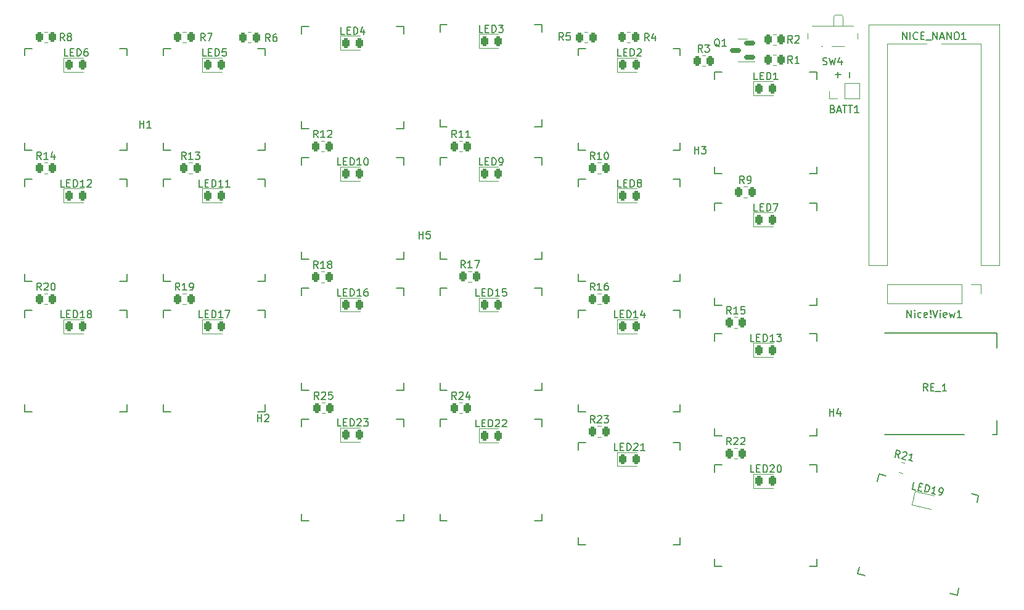
<source format=gto>
%TF.GenerationSoftware,KiCad,Pcbnew,7.0.5-0*%
%TF.CreationDate,2023-08-03T20:32:26+09:30*%
%TF.ProjectId,Rolio,436f726e-6552-46f6-9c69-6f2e6b696361,rev?*%
%TF.SameCoordinates,Original*%
%TF.FileFunction,Legend,Top*%
%TF.FilePolarity,Positive*%
%FSLAX46Y46*%
G04 Gerber Fmt 4.6, Leading zero omitted, Abs format (unit mm)*
G04 Created by KiCad (PCBNEW 7.0.5-0) date 2023-08-03 20:32:26*
%MOMM*%
%LPD*%
G01*
G04 APERTURE LIST*
G04 Aperture macros list*
%AMRoundRect*
0 Rectangle with rounded corners*
0 $1 Rounding radius*
0 $2 $3 $4 $5 $6 $7 $8 $9 X,Y pos of 4 corners*
0 Add a 4 corners polygon primitive as box body*
4,1,4,$2,$3,$4,$5,$6,$7,$8,$9,$2,$3,0*
0 Add four circle primitives for the rounded corners*
1,1,$1+$1,$2,$3*
1,1,$1+$1,$4,$5*
1,1,$1+$1,$6,$7*
1,1,$1+$1,$8,$9*
0 Add four rect primitives between the rounded corners*
20,1,$1+$1,$2,$3,$4,$5,0*
20,1,$1+$1,$4,$5,$6,$7,0*
20,1,$1+$1,$6,$7,$8,$9,0*
20,1,$1+$1,$8,$9,$2,$3,0*%
G04 Aperture macros list end*
%ADD10C,0.150000*%
%ADD11C,0.120000*%
%ADD12C,0.200000*%
%ADD13C,0.100000*%
%ADD14C,1.701800*%
%ADD15C,3.000000*%
%ADD16C,3.429000*%
%ADD17C,0.990600*%
%ADD18RoundRect,0.250000X-0.262500X-0.450000X0.262500X-0.450000X0.262500X0.450000X-0.262500X0.450000X0*%
%ADD19C,4.300000*%
%ADD20RoundRect,0.243750X-0.243750X-0.456250X0.243750X-0.456250X0.243750X0.456250X-0.243750X0.456250X0*%
%ADD21R,1.700000X1.700000*%
%ADD22O,1.700000X1.700000*%
%ADD23RoundRect,0.250000X0.262500X0.450000X-0.262500X0.450000X-0.262500X-0.450000X0.262500X-0.450000X0*%
%ADD24RoundRect,0.250000X-0.350324X-0.385590X0.163203X-0.494743X0.350324X0.385590X-0.163203X0.494743X0*%
%ADD25C,1.500000*%
%ADD26C,1.600000*%
%ADD27R,1.000000X0.800000*%
%ADD28C,0.900000*%
%ADD29R,0.700000X1.500000*%
%ADD30R,1.600000X1.600000*%
%ADD31O,1.600000X1.600000*%
%ADD32RoundRect,0.150000X0.587500X0.150000X-0.587500X0.150000X-0.587500X-0.150000X0.587500X-0.150000X0*%
%ADD33R,1.350000X1.350000*%
%ADD34O,1.350000X1.350000*%
%ADD35RoundRect,0.243750X-0.333283X-0.395601X0.143564X-0.496958X0.333283X0.395601X-0.143564X0.496958X0*%
G04 APERTURE END LIST*
D10*
X167416866Y-42709220D02*
X167416866Y-41947316D01*
X167797819Y-42328268D02*
X167035914Y-42328268D01*
X169026866Y-42709220D02*
X169026866Y-41947316D01*
%TO.C,R8*%
X61167333Y-37658819D02*
X60834000Y-37182628D01*
X60595905Y-37658819D02*
X60595905Y-36658819D01*
X60595905Y-36658819D02*
X60976857Y-36658819D01*
X60976857Y-36658819D02*
X61072095Y-36706438D01*
X61072095Y-36706438D02*
X61119714Y-36754057D01*
X61119714Y-36754057D02*
X61167333Y-36849295D01*
X61167333Y-36849295D02*
X61167333Y-36992152D01*
X61167333Y-36992152D02*
X61119714Y-37087390D01*
X61119714Y-37087390D02*
X61072095Y-37135009D01*
X61072095Y-37135009D02*
X60976857Y-37182628D01*
X60976857Y-37182628D02*
X60595905Y-37182628D01*
X61738762Y-37087390D02*
X61643524Y-37039771D01*
X61643524Y-37039771D02*
X61595905Y-36992152D01*
X61595905Y-36992152D02*
X61548286Y-36896914D01*
X61548286Y-36896914D02*
X61548286Y-36849295D01*
X61548286Y-36849295D02*
X61595905Y-36754057D01*
X61595905Y-36754057D02*
X61643524Y-36706438D01*
X61643524Y-36706438D02*
X61738762Y-36658819D01*
X61738762Y-36658819D02*
X61929238Y-36658819D01*
X61929238Y-36658819D02*
X62024476Y-36706438D01*
X62024476Y-36706438D02*
X62072095Y-36754057D01*
X62072095Y-36754057D02*
X62119714Y-36849295D01*
X62119714Y-36849295D02*
X62119714Y-36896914D01*
X62119714Y-36896914D02*
X62072095Y-36992152D01*
X62072095Y-36992152D02*
X62024476Y-37039771D01*
X62024476Y-37039771D02*
X61929238Y-37087390D01*
X61929238Y-37087390D02*
X61738762Y-37087390D01*
X61738762Y-37087390D02*
X61643524Y-37135009D01*
X61643524Y-37135009D02*
X61595905Y-37182628D01*
X61595905Y-37182628D02*
X61548286Y-37277866D01*
X61548286Y-37277866D02*
X61548286Y-37468342D01*
X61548286Y-37468342D02*
X61595905Y-37563580D01*
X61595905Y-37563580D02*
X61643524Y-37611200D01*
X61643524Y-37611200D02*
X61738762Y-37658819D01*
X61738762Y-37658819D02*
X61929238Y-37658819D01*
X61929238Y-37658819D02*
X62024476Y-37611200D01*
X62024476Y-37611200D02*
X62072095Y-37563580D01*
X62072095Y-37563580D02*
X62119714Y-37468342D01*
X62119714Y-37468342D02*
X62119714Y-37277866D01*
X62119714Y-37277866D02*
X62072095Y-37182628D01*
X62072095Y-37182628D02*
X62024476Y-37135009D01*
X62024476Y-37135009D02*
X61929238Y-37087390D01*
%TO.C,H3*%
X147694095Y-53186819D02*
X147694095Y-52186819D01*
X147694095Y-52663009D02*
X148265523Y-52663009D01*
X148265523Y-53186819D02*
X148265523Y-52186819D01*
X148646476Y-52186819D02*
X149265523Y-52186819D01*
X149265523Y-52186819D02*
X148932190Y-52567771D01*
X148932190Y-52567771D02*
X149075047Y-52567771D01*
X149075047Y-52567771D02*
X149170285Y-52615390D01*
X149170285Y-52615390D02*
X149217904Y-52663009D01*
X149217904Y-52663009D02*
X149265523Y-52758247D01*
X149265523Y-52758247D02*
X149265523Y-52996342D01*
X149265523Y-52996342D02*
X149217904Y-53091580D01*
X149217904Y-53091580D02*
X149170285Y-53139200D01*
X149170285Y-53139200D02*
X149075047Y-53186819D01*
X149075047Y-53186819D02*
X148789333Y-53186819D01*
X148789333Y-53186819D02*
X148694095Y-53139200D01*
X148694095Y-53139200D02*
X148646476Y-53091580D01*
%TO.C,LED3*%
X118638952Y-36519819D02*
X118162762Y-36519819D01*
X118162762Y-36519819D02*
X118162762Y-35519819D01*
X118972286Y-35996009D02*
X119305619Y-35996009D01*
X119448476Y-36519819D02*
X118972286Y-36519819D01*
X118972286Y-36519819D02*
X118972286Y-35519819D01*
X118972286Y-35519819D02*
X119448476Y-35519819D01*
X119877048Y-36519819D02*
X119877048Y-35519819D01*
X119877048Y-35519819D02*
X120115143Y-35519819D01*
X120115143Y-35519819D02*
X120258000Y-35567438D01*
X120258000Y-35567438D02*
X120353238Y-35662676D01*
X120353238Y-35662676D02*
X120400857Y-35757914D01*
X120400857Y-35757914D02*
X120448476Y-35948390D01*
X120448476Y-35948390D02*
X120448476Y-36091247D01*
X120448476Y-36091247D02*
X120400857Y-36281723D01*
X120400857Y-36281723D02*
X120353238Y-36376961D01*
X120353238Y-36376961D02*
X120258000Y-36472200D01*
X120258000Y-36472200D02*
X120115143Y-36519819D01*
X120115143Y-36519819D02*
X119877048Y-36519819D01*
X120781810Y-35519819D02*
X121400857Y-35519819D01*
X121400857Y-35519819D02*
X121067524Y-35900771D01*
X121067524Y-35900771D02*
X121210381Y-35900771D01*
X121210381Y-35900771D02*
X121305619Y-35948390D01*
X121305619Y-35948390D02*
X121353238Y-35996009D01*
X121353238Y-35996009D02*
X121400857Y-36091247D01*
X121400857Y-36091247D02*
X121400857Y-36329342D01*
X121400857Y-36329342D02*
X121353238Y-36424580D01*
X121353238Y-36424580D02*
X121305619Y-36472200D01*
X121305619Y-36472200D02*
X121210381Y-36519819D01*
X121210381Y-36519819D02*
X120924667Y-36519819D01*
X120924667Y-36519819D02*
X120829429Y-36472200D01*
X120829429Y-36472200D02*
X120781810Y-36424580D01*
%TO.C,R12*%
X95975142Y-50974819D02*
X95641809Y-50498628D01*
X95403714Y-50974819D02*
X95403714Y-49974819D01*
X95403714Y-49974819D02*
X95784666Y-49974819D01*
X95784666Y-49974819D02*
X95879904Y-50022438D01*
X95879904Y-50022438D02*
X95927523Y-50070057D01*
X95927523Y-50070057D02*
X95975142Y-50165295D01*
X95975142Y-50165295D02*
X95975142Y-50308152D01*
X95975142Y-50308152D02*
X95927523Y-50403390D01*
X95927523Y-50403390D02*
X95879904Y-50451009D01*
X95879904Y-50451009D02*
X95784666Y-50498628D01*
X95784666Y-50498628D02*
X95403714Y-50498628D01*
X96927523Y-50974819D02*
X96356095Y-50974819D01*
X96641809Y-50974819D02*
X96641809Y-49974819D01*
X96641809Y-49974819D02*
X96546571Y-50117676D01*
X96546571Y-50117676D02*
X96451333Y-50212914D01*
X96451333Y-50212914D02*
X96356095Y-50260533D01*
X97308476Y-50070057D02*
X97356095Y-50022438D01*
X97356095Y-50022438D02*
X97451333Y-49974819D01*
X97451333Y-49974819D02*
X97689428Y-49974819D01*
X97689428Y-49974819D02*
X97784666Y-50022438D01*
X97784666Y-50022438D02*
X97832285Y-50070057D01*
X97832285Y-50070057D02*
X97879904Y-50165295D01*
X97879904Y-50165295D02*
X97879904Y-50260533D01*
X97879904Y-50260533D02*
X97832285Y-50403390D01*
X97832285Y-50403390D02*
X97260857Y-50974819D01*
X97260857Y-50974819D02*
X97879904Y-50974819D01*
%TO.C,LED15*%
X118162761Y-72769819D02*
X117686571Y-72769819D01*
X117686571Y-72769819D02*
X117686571Y-71769819D01*
X118496095Y-72246009D02*
X118829428Y-72246009D01*
X118972285Y-72769819D02*
X118496095Y-72769819D01*
X118496095Y-72769819D02*
X118496095Y-71769819D01*
X118496095Y-71769819D02*
X118972285Y-71769819D01*
X119400857Y-72769819D02*
X119400857Y-71769819D01*
X119400857Y-71769819D02*
X119638952Y-71769819D01*
X119638952Y-71769819D02*
X119781809Y-71817438D01*
X119781809Y-71817438D02*
X119877047Y-71912676D01*
X119877047Y-71912676D02*
X119924666Y-72007914D01*
X119924666Y-72007914D02*
X119972285Y-72198390D01*
X119972285Y-72198390D02*
X119972285Y-72341247D01*
X119972285Y-72341247D02*
X119924666Y-72531723D01*
X119924666Y-72531723D02*
X119877047Y-72626961D01*
X119877047Y-72626961D02*
X119781809Y-72722200D01*
X119781809Y-72722200D02*
X119638952Y-72769819D01*
X119638952Y-72769819D02*
X119400857Y-72769819D01*
X120924666Y-72769819D02*
X120353238Y-72769819D01*
X120638952Y-72769819D02*
X120638952Y-71769819D01*
X120638952Y-71769819D02*
X120543714Y-71912676D01*
X120543714Y-71912676D02*
X120448476Y-72007914D01*
X120448476Y-72007914D02*
X120353238Y-72055533D01*
X121829428Y-71769819D02*
X121353238Y-71769819D01*
X121353238Y-71769819D02*
X121305619Y-72246009D01*
X121305619Y-72246009D02*
X121353238Y-72198390D01*
X121353238Y-72198390D02*
X121448476Y-72150771D01*
X121448476Y-72150771D02*
X121686571Y-72150771D01*
X121686571Y-72150771D02*
X121781809Y-72198390D01*
X121781809Y-72198390D02*
X121829428Y-72246009D01*
X121829428Y-72246009D02*
X121877047Y-72341247D01*
X121877047Y-72341247D02*
X121877047Y-72579342D01*
X121877047Y-72579342D02*
X121829428Y-72674580D01*
X121829428Y-72674580D02*
X121781809Y-72722200D01*
X121781809Y-72722200D02*
X121686571Y-72769819D01*
X121686571Y-72769819D02*
X121448476Y-72769819D01*
X121448476Y-72769819D02*
X121353238Y-72722200D01*
X121353238Y-72722200D02*
X121305619Y-72674580D01*
%TO.C,R10*%
X133975142Y-53974819D02*
X133641809Y-53498628D01*
X133403714Y-53974819D02*
X133403714Y-52974819D01*
X133403714Y-52974819D02*
X133784666Y-52974819D01*
X133784666Y-52974819D02*
X133879904Y-53022438D01*
X133879904Y-53022438D02*
X133927523Y-53070057D01*
X133927523Y-53070057D02*
X133975142Y-53165295D01*
X133975142Y-53165295D02*
X133975142Y-53308152D01*
X133975142Y-53308152D02*
X133927523Y-53403390D01*
X133927523Y-53403390D02*
X133879904Y-53451009D01*
X133879904Y-53451009D02*
X133784666Y-53498628D01*
X133784666Y-53498628D02*
X133403714Y-53498628D01*
X134927523Y-53974819D02*
X134356095Y-53974819D01*
X134641809Y-53974819D02*
X134641809Y-52974819D01*
X134641809Y-52974819D02*
X134546571Y-53117676D01*
X134546571Y-53117676D02*
X134451333Y-53212914D01*
X134451333Y-53212914D02*
X134356095Y-53260533D01*
X135546571Y-52974819D02*
X135641809Y-52974819D01*
X135641809Y-52974819D02*
X135737047Y-53022438D01*
X135737047Y-53022438D02*
X135784666Y-53070057D01*
X135784666Y-53070057D02*
X135832285Y-53165295D01*
X135832285Y-53165295D02*
X135879904Y-53355771D01*
X135879904Y-53355771D02*
X135879904Y-53593866D01*
X135879904Y-53593866D02*
X135832285Y-53784342D01*
X135832285Y-53784342D02*
X135784666Y-53879580D01*
X135784666Y-53879580D02*
X135737047Y-53927200D01*
X135737047Y-53927200D02*
X135641809Y-53974819D01*
X135641809Y-53974819D02*
X135546571Y-53974819D01*
X135546571Y-53974819D02*
X135451333Y-53927200D01*
X135451333Y-53927200D02*
X135403714Y-53879580D01*
X135403714Y-53879580D02*
X135356095Y-53784342D01*
X135356095Y-53784342D02*
X135308476Y-53593866D01*
X135308476Y-53593866D02*
X135308476Y-53355771D01*
X135308476Y-53355771D02*
X135356095Y-53165295D01*
X135356095Y-53165295D02*
X135403714Y-53070057D01*
X135403714Y-53070057D02*
X135451333Y-53022438D01*
X135451333Y-53022438D02*
X135546571Y-52974819D01*
%TO.C,Nice!View1*%
X176883115Y-75714819D02*
X176883115Y-74714819D01*
X176883115Y-74714819D02*
X177454543Y-75714819D01*
X177454543Y-75714819D02*
X177454543Y-74714819D01*
X177930734Y-75714819D02*
X177930734Y-75048152D01*
X177930734Y-74714819D02*
X177883115Y-74762438D01*
X177883115Y-74762438D02*
X177930734Y-74810057D01*
X177930734Y-74810057D02*
X177978353Y-74762438D01*
X177978353Y-74762438D02*
X177930734Y-74714819D01*
X177930734Y-74714819D02*
X177930734Y-74810057D01*
X178835495Y-75667200D02*
X178740257Y-75714819D01*
X178740257Y-75714819D02*
X178549781Y-75714819D01*
X178549781Y-75714819D02*
X178454543Y-75667200D01*
X178454543Y-75667200D02*
X178406924Y-75619580D01*
X178406924Y-75619580D02*
X178359305Y-75524342D01*
X178359305Y-75524342D02*
X178359305Y-75238628D01*
X178359305Y-75238628D02*
X178406924Y-75143390D01*
X178406924Y-75143390D02*
X178454543Y-75095771D01*
X178454543Y-75095771D02*
X178549781Y-75048152D01*
X178549781Y-75048152D02*
X178740257Y-75048152D01*
X178740257Y-75048152D02*
X178835495Y-75095771D01*
X179645019Y-75667200D02*
X179549781Y-75714819D01*
X179549781Y-75714819D02*
X179359305Y-75714819D01*
X179359305Y-75714819D02*
X179264067Y-75667200D01*
X179264067Y-75667200D02*
X179216448Y-75571961D01*
X179216448Y-75571961D02*
X179216448Y-75191009D01*
X179216448Y-75191009D02*
X179264067Y-75095771D01*
X179264067Y-75095771D02*
X179359305Y-75048152D01*
X179359305Y-75048152D02*
X179549781Y-75048152D01*
X179549781Y-75048152D02*
X179645019Y-75095771D01*
X179645019Y-75095771D02*
X179692638Y-75191009D01*
X179692638Y-75191009D02*
X179692638Y-75286247D01*
X179692638Y-75286247D02*
X179216448Y-75381485D01*
X180121210Y-75619580D02*
X180168829Y-75667200D01*
X180168829Y-75667200D02*
X180121210Y-75714819D01*
X180121210Y-75714819D02*
X180073591Y-75667200D01*
X180073591Y-75667200D02*
X180121210Y-75619580D01*
X180121210Y-75619580D02*
X180121210Y-75714819D01*
X180121210Y-75333866D02*
X180073591Y-74762438D01*
X180073591Y-74762438D02*
X180121210Y-74714819D01*
X180121210Y-74714819D02*
X180168829Y-74762438D01*
X180168829Y-74762438D02*
X180121210Y-75333866D01*
X180121210Y-75333866D02*
X180121210Y-74714819D01*
X180454543Y-74714819D02*
X180787876Y-75714819D01*
X180787876Y-75714819D02*
X181121209Y-74714819D01*
X181454543Y-75714819D02*
X181454543Y-75048152D01*
X181454543Y-74714819D02*
X181406924Y-74762438D01*
X181406924Y-74762438D02*
X181454543Y-74810057D01*
X181454543Y-74810057D02*
X181502162Y-74762438D01*
X181502162Y-74762438D02*
X181454543Y-74714819D01*
X181454543Y-74714819D02*
X181454543Y-74810057D01*
X182311685Y-75667200D02*
X182216447Y-75714819D01*
X182216447Y-75714819D02*
X182025971Y-75714819D01*
X182025971Y-75714819D02*
X181930733Y-75667200D01*
X181930733Y-75667200D02*
X181883114Y-75571961D01*
X181883114Y-75571961D02*
X181883114Y-75191009D01*
X181883114Y-75191009D02*
X181930733Y-75095771D01*
X181930733Y-75095771D02*
X182025971Y-75048152D01*
X182025971Y-75048152D02*
X182216447Y-75048152D01*
X182216447Y-75048152D02*
X182311685Y-75095771D01*
X182311685Y-75095771D02*
X182359304Y-75191009D01*
X182359304Y-75191009D02*
X182359304Y-75286247D01*
X182359304Y-75286247D02*
X181883114Y-75381485D01*
X182692638Y-75048152D02*
X182883114Y-75714819D01*
X182883114Y-75714819D02*
X183073590Y-75238628D01*
X183073590Y-75238628D02*
X183264066Y-75714819D01*
X183264066Y-75714819D02*
X183454542Y-75048152D01*
X184359304Y-75714819D02*
X183787876Y-75714819D01*
X184073590Y-75714819D02*
X184073590Y-74714819D01*
X184073590Y-74714819D02*
X183978352Y-74857676D01*
X183978352Y-74857676D02*
X183883114Y-74952914D01*
X183883114Y-74952914D02*
X183787876Y-75000533D01*
%TO.C,H4*%
X166236095Y-89254819D02*
X166236095Y-88254819D01*
X166236095Y-88731009D02*
X166807523Y-88731009D01*
X166807523Y-89254819D02*
X166807523Y-88254819D01*
X167712285Y-88588152D02*
X167712285Y-89254819D01*
X167474190Y-88207200D02*
X167236095Y-88921485D01*
X167236095Y-88921485D02*
X167855142Y-88921485D01*
%TO.C,LED4*%
X99638952Y-36769819D02*
X99162762Y-36769819D01*
X99162762Y-36769819D02*
X99162762Y-35769819D01*
X99972286Y-36246009D02*
X100305619Y-36246009D01*
X100448476Y-36769819D02*
X99972286Y-36769819D01*
X99972286Y-36769819D02*
X99972286Y-35769819D01*
X99972286Y-35769819D02*
X100448476Y-35769819D01*
X100877048Y-36769819D02*
X100877048Y-35769819D01*
X100877048Y-35769819D02*
X101115143Y-35769819D01*
X101115143Y-35769819D02*
X101258000Y-35817438D01*
X101258000Y-35817438D02*
X101353238Y-35912676D01*
X101353238Y-35912676D02*
X101400857Y-36007914D01*
X101400857Y-36007914D02*
X101448476Y-36198390D01*
X101448476Y-36198390D02*
X101448476Y-36341247D01*
X101448476Y-36341247D02*
X101400857Y-36531723D01*
X101400857Y-36531723D02*
X101353238Y-36626961D01*
X101353238Y-36626961D02*
X101258000Y-36722200D01*
X101258000Y-36722200D02*
X101115143Y-36769819D01*
X101115143Y-36769819D02*
X100877048Y-36769819D01*
X102305619Y-36103152D02*
X102305619Y-36769819D01*
X102067524Y-35722200D02*
X101829429Y-36436485D01*
X101829429Y-36436485D02*
X102448476Y-36436485D01*
%TO.C,LED1*%
X156371852Y-43019819D02*
X155895662Y-43019819D01*
X155895662Y-43019819D02*
X155895662Y-42019819D01*
X156705186Y-42496009D02*
X157038519Y-42496009D01*
X157181376Y-43019819D02*
X156705186Y-43019819D01*
X156705186Y-43019819D02*
X156705186Y-42019819D01*
X156705186Y-42019819D02*
X157181376Y-42019819D01*
X157609948Y-43019819D02*
X157609948Y-42019819D01*
X157609948Y-42019819D02*
X157848043Y-42019819D01*
X157848043Y-42019819D02*
X157990900Y-42067438D01*
X157990900Y-42067438D02*
X158086138Y-42162676D01*
X158086138Y-42162676D02*
X158133757Y-42257914D01*
X158133757Y-42257914D02*
X158181376Y-42448390D01*
X158181376Y-42448390D02*
X158181376Y-42591247D01*
X158181376Y-42591247D02*
X158133757Y-42781723D01*
X158133757Y-42781723D02*
X158086138Y-42876961D01*
X158086138Y-42876961D02*
X157990900Y-42972200D01*
X157990900Y-42972200D02*
X157848043Y-43019819D01*
X157848043Y-43019819D02*
X157609948Y-43019819D01*
X159133757Y-43019819D02*
X158562329Y-43019819D01*
X158848043Y-43019819D02*
X158848043Y-42019819D01*
X158848043Y-42019819D02*
X158752805Y-42162676D01*
X158752805Y-42162676D02*
X158657567Y-42257914D01*
X158657567Y-42257914D02*
X158562329Y-42305533D01*
%TO.C,R2*%
X161123333Y-37960819D02*
X160790000Y-37484628D01*
X160551905Y-37960819D02*
X160551905Y-36960819D01*
X160551905Y-36960819D02*
X160932857Y-36960819D01*
X160932857Y-36960819D02*
X161028095Y-37008438D01*
X161028095Y-37008438D02*
X161075714Y-37056057D01*
X161075714Y-37056057D02*
X161123333Y-37151295D01*
X161123333Y-37151295D02*
X161123333Y-37294152D01*
X161123333Y-37294152D02*
X161075714Y-37389390D01*
X161075714Y-37389390D02*
X161028095Y-37437009D01*
X161028095Y-37437009D02*
X160932857Y-37484628D01*
X160932857Y-37484628D02*
X160551905Y-37484628D01*
X161504286Y-37056057D02*
X161551905Y-37008438D01*
X161551905Y-37008438D02*
X161647143Y-36960819D01*
X161647143Y-36960819D02*
X161885238Y-36960819D01*
X161885238Y-36960819D02*
X161980476Y-37008438D01*
X161980476Y-37008438D02*
X162028095Y-37056057D01*
X162028095Y-37056057D02*
X162075714Y-37151295D01*
X162075714Y-37151295D02*
X162075714Y-37246533D01*
X162075714Y-37246533D02*
X162028095Y-37389390D01*
X162028095Y-37389390D02*
X161456667Y-37960819D01*
X161456667Y-37960819D02*
X162075714Y-37960819D01*
%TO.C,R21*%
X175776923Y-95066285D02*
X175549879Y-94531197D01*
X175217982Y-94947478D02*
X175425893Y-93969331D01*
X175425893Y-93969331D02*
X175798521Y-94048535D01*
X175798521Y-94048535D02*
X175881777Y-94114915D01*
X175881777Y-94114915D02*
X175918455Y-94171394D01*
X175918455Y-94171394D02*
X175945233Y-94274451D01*
X175945233Y-94274451D02*
X175915531Y-94414187D01*
X175915531Y-94414187D02*
X175849151Y-94497443D01*
X175849151Y-94497443D02*
X175792672Y-94534121D01*
X175792672Y-94534121D02*
X175689615Y-94560898D01*
X175689615Y-94560898D02*
X175316987Y-94481694D01*
X176337661Y-94260499D02*
X176394140Y-94223821D01*
X176394140Y-94223821D02*
X176497198Y-94197044D01*
X176497198Y-94197044D02*
X176730090Y-94246546D01*
X176730090Y-94246546D02*
X176813346Y-94312926D01*
X176813346Y-94312926D02*
X176850024Y-94369405D01*
X176850024Y-94369405D02*
X176876802Y-94472462D01*
X176876802Y-94472462D02*
X176857001Y-94565619D01*
X176857001Y-94565619D02*
X176780720Y-94695454D01*
X176780720Y-94695454D02*
X176102972Y-95135589D01*
X176102972Y-95135589D02*
X176708492Y-95264296D01*
X177640061Y-95462307D02*
X177081120Y-95343501D01*
X177360591Y-95402904D02*
X177568502Y-94424756D01*
X177568502Y-94424756D02*
X177445644Y-94544691D01*
X177445644Y-94544691D02*
X177332686Y-94618047D01*
X177332686Y-94618047D02*
X177229628Y-94644824D01*
%TO.C,RE_1*%
X179697399Y-85824819D02*
X179364066Y-85348628D01*
X179125971Y-85824819D02*
X179125971Y-84824819D01*
X179125971Y-84824819D02*
X179506923Y-84824819D01*
X179506923Y-84824819D02*
X179602161Y-84872438D01*
X179602161Y-84872438D02*
X179649780Y-84920057D01*
X179649780Y-84920057D02*
X179697399Y-85015295D01*
X179697399Y-85015295D02*
X179697399Y-85158152D01*
X179697399Y-85158152D02*
X179649780Y-85253390D01*
X179649780Y-85253390D02*
X179602161Y-85301009D01*
X179602161Y-85301009D02*
X179506923Y-85348628D01*
X179506923Y-85348628D02*
X179125971Y-85348628D01*
X180125971Y-85301009D02*
X180459304Y-85301009D01*
X180602161Y-85824819D02*
X180125971Y-85824819D01*
X180125971Y-85824819D02*
X180125971Y-84824819D01*
X180125971Y-84824819D02*
X180602161Y-84824819D01*
X180792638Y-85920057D02*
X181554542Y-85920057D01*
X182316447Y-85824819D02*
X181745019Y-85824819D01*
X182030733Y-85824819D02*
X182030733Y-84824819D01*
X182030733Y-84824819D02*
X181935495Y-84967676D01*
X181935495Y-84967676D02*
X181840257Y-85062914D01*
X181840257Y-85062914D02*
X181745019Y-85110533D01*
%TO.C,H1*%
X71494095Y-49630819D02*
X71494095Y-48630819D01*
X71494095Y-49107009D02*
X72065523Y-49107009D01*
X72065523Y-49630819D02*
X72065523Y-48630819D01*
X73065523Y-49630819D02*
X72494095Y-49630819D01*
X72779809Y-49630819D02*
X72779809Y-48630819D01*
X72779809Y-48630819D02*
X72684571Y-48773676D01*
X72684571Y-48773676D02*
X72589333Y-48868914D01*
X72589333Y-48868914D02*
X72494095Y-48916533D01*
%TO.C,LED13*%
X155895661Y-79019819D02*
X155419471Y-79019819D01*
X155419471Y-79019819D02*
X155419471Y-78019819D01*
X156228995Y-78496009D02*
X156562328Y-78496009D01*
X156705185Y-79019819D02*
X156228995Y-79019819D01*
X156228995Y-79019819D02*
X156228995Y-78019819D01*
X156228995Y-78019819D02*
X156705185Y-78019819D01*
X157133757Y-79019819D02*
X157133757Y-78019819D01*
X157133757Y-78019819D02*
X157371852Y-78019819D01*
X157371852Y-78019819D02*
X157514709Y-78067438D01*
X157514709Y-78067438D02*
X157609947Y-78162676D01*
X157609947Y-78162676D02*
X157657566Y-78257914D01*
X157657566Y-78257914D02*
X157705185Y-78448390D01*
X157705185Y-78448390D02*
X157705185Y-78591247D01*
X157705185Y-78591247D02*
X157657566Y-78781723D01*
X157657566Y-78781723D02*
X157609947Y-78876961D01*
X157609947Y-78876961D02*
X157514709Y-78972200D01*
X157514709Y-78972200D02*
X157371852Y-79019819D01*
X157371852Y-79019819D02*
X157133757Y-79019819D01*
X158657566Y-79019819D02*
X158086138Y-79019819D01*
X158371852Y-79019819D02*
X158371852Y-78019819D01*
X158371852Y-78019819D02*
X158276614Y-78162676D01*
X158276614Y-78162676D02*
X158181376Y-78257914D01*
X158181376Y-78257914D02*
X158086138Y-78305533D01*
X158990900Y-78019819D02*
X159609947Y-78019819D01*
X159609947Y-78019819D02*
X159276614Y-78400771D01*
X159276614Y-78400771D02*
X159419471Y-78400771D01*
X159419471Y-78400771D02*
X159514709Y-78448390D01*
X159514709Y-78448390D02*
X159562328Y-78496009D01*
X159562328Y-78496009D02*
X159609947Y-78591247D01*
X159609947Y-78591247D02*
X159609947Y-78829342D01*
X159609947Y-78829342D02*
X159562328Y-78924580D01*
X159562328Y-78924580D02*
X159514709Y-78972200D01*
X159514709Y-78972200D02*
X159419471Y-79019819D01*
X159419471Y-79019819D02*
X159133757Y-79019819D01*
X159133757Y-79019819D02*
X159038519Y-78972200D01*
X159038519Y-78972200D02*
X158990900Y-78924580D01*
%TO.C,R18*%
X95975142Y-68974819D02*
X95641809Y-68498628D01*
X95403714Y-68974819D02*
X95403714Y-67974819D01*
X95403714Y-67974819D02*
X95784666Y-67974819D01*
X95784666Y-67974819D02*
X95879904Y-68022438D01*
X95879904Y-68022438D02*
X95927523Y-68070057D01*
X95927523Y-68070057D02*
X95975142Y-68165295D01*
X95975142Y-68165295D02*
X95975142Y-68308152D01*
X95975142Y-68308152D02*
X95927523Y-68403390D01*
X95927523Y-68403390D02*
X95879904Y-68451009D01*
X95879904Y-68451009D02*
X95784666Y-68498628D01*
X95784666Y-68498628D02*
X95403714Y-68498628D01*
X96927523Y-68974819D02*
X96356095Y-68974819D01*
X96641809Y-68974819D02*
X96641809Y-67974819D01*
X96641809Y-67974819D02*
X96546571Y-68117676D01*
X96546571Y-68117676D02*
X96451333Y-68212914D01*
X96451333Y-68212914D02*
X96356095Y-68260533D01*
X97498952Y-68403390D02*
X97403714Y-68355771D01*
X97403714Y-68355771D02*
X97356095Y-68308152D01*
X97356095Y-68308152D02*
X97308476Y-68212914D01*
X97308476Y-68212914D02*
X97308476Y-68165295D01*
X97308476Y-68165295D02*
X97356095Y-68070057D01*
X97356095Y-68070057D02*
X97403714Y-68022438D01*
X97403714Y-68022438D02*
X97498952Y-67974819D01*
X97498952Y-67974819D02*
X97689428Y-67974819D01*
X97689428Y-67974819D02*
X97784666Y-68022438D01*
X97784666Y-68022438D02*
X97832285Y-68070057D01*
X97832285Y-68070057D02*
X97879904Y-68165295D01*
X97879904Y-68165295D02*
X97879904Y-68212914D01*
X97879904Y-68212914D02*
X97832285Y-68308152D01*
X97832285Y-68308152D02*
X97784666Y-68355771D01*
X97784666Y-68355771D02*
X97689428Y-68403390D01*
X97689428Y-68403390D02*
X97498952Y-68403390D01*
X97498952Y-68403390D02*
X97403714Y-68451009D01*
X97403714Y-68451009D02*
X97356095Y-68498628D01*
X97356095Y-68498628D02*
X97308476Y-68593866D01*
X97308476Y-68593866D02*
X97308476Y-68784342D01*
X97308476Y-68784342D02*
X97356095Y-68879580D01*
X97356095Y-68879580D02*
X97403714Y-68927200D01*
X97403714Y-68927200D02*
X97498952Y-68974819D01*
X97498952Y-68974819D02*
X97689428Y-68974819D01*
X97689428Y-68974819D02*
X97784666Y-68927200D01*
X97784666Y-68927200D02*
X97832285Y-68879580D01*
X97832285Y-68879580D02*
X97879904Y-68784342D01*
X97879904Y-68784342D02*
X97879904Y-68593866D01*
X97879904Y-68593866D02*
X97832285Y-68498628D01*
X97832285Y-68498628D02*
X97784666Y-68451009D01*
X97784666Y-68451009D02*
X97689428Y-68403390D01*
%TO.C,R19*%
X76975142Y-71974819D02*
X76641809Y-71498628D01*
X76403714Y-71974819D02*
X76403714Y-70974819D01*
X76403714Y-70974819D02*
X76784666Y-70974819D01*
X76784666Y-70974819D02*
X76879904Y-71022438D01*
X76879904Y-71022438D02*
X76927523Y-71070057D01*
X76927523Y-71070057D02*
X76975142Y-71165295D01*
X76975142Y-71165295D02*
X76975142Y-71308152D01*
X76975142Y-71308152D02*
X76927523Y-71403390D01*
X76927523Y-71403390D02*
X76879904Y-71451009D01*
X76879904Y-71451009D02*
X76784666Y-71498628D01*
X76784666Y-71498628D02*
X76403714Y-71498628D01*
X77927523Y-71974819D02*
X77356095Y-71974819D01*
X77641809Y-71974819D02*
X77641809Y-70974819D01*
X77641809Y-70974819D02*
X77546571Y-71117676D01*
X77546571Y-71117676D02*
X77451333Y-71212914D01*
X77451333Y-71212914D02*
X77356095Y-71260533D01*
X78403714Y-71974819D02*
X78594190Y-71974819D01*
X78594190Y-71974819D02*
X78689428Y-71927200D01*
X78689428Y-71927200D02*
X78737047Y-71879580D01*
X78737047Y-71879580D02*
X78832285Y-71736723D01*
X78832285Y-71736723D02*
X78879904Y-71546247D01*
X78879904Y-71546247D02*
X78879904Y-71165295D01*
X78879904Y-71165295D02*
X78832285Y-71070057D01*
X78832285Y-71070057D02*
X78784666Y-71022438D01*
X78784666Y-71022438D02*
X78689428Y-70974819D01*
X78689428Y-70974819D02*
X78498952Y-70974819D01*
X78498952Y-70974819D02*
X78403714Y-71022438D01*
X78403714Y-71022438D02*
X78356095Y-71070057D01*
X78356095Y-71070057D02*
X78308476Y-71165295D01*
X78308476Y-71165295D02*
X78308476Y-71403390D01*
X78308476Y-71403390D02*
X78356095Y-71498628D01*
X78356095Y-71498628D02*
X78403714Y-71546247D01*
X78403714Y-71546247D02*
X78498952Y-71593866D01*
X78498952Y-71593866D02*
X78689428Y-71593866D01*
X78689428Y-71593866D02*
X78784666Y-71546247D01*
X78784666Y-71546247D02*
X78832285Y-71498628D01*
X78832285Y-71498628D02*
X78879904Y-71403390D01*
%TO.C,R14*%
X57975142Y-53974819D02*
X57641809Y-53498628D01*
X57403714Y-53974819D02*
X57403714Y-52974819D01*
X57403714Y-52974819D02*
X57784666Y-52974819D01*
X57784666Y-52974819D02*
X57879904Y-53022438D01*
X57879904Y-53022438D02*
X57927523Y-53070057D01*
X57927523Y-53070057D02*
X57975142Y-53165295D01*
X57975142Y-53165295D02*
X57975142Y-53308152D01*
X57975142Y-53308152D02*
X57927523Y-53403390D01*
X57927523Y-53403390D02*
X57879904Y-53451009D01*
X57879904Y-53451009D02*
X57784666Y-53498628D01*
X57784666Y-53498628D02*
X57403714Y-53498628D01*
X58927523Y-53974819D02*
X58356095Y-53974819D01*
X58641809Y-53974819D02*
X58641809Y-52974819D01*
X58641809Y-52974819D02*
X58546571Y-53117676D01*
X58546571Y-53117676D02*
X58451333Y-53212914D01*
X58451333Y-53212914D02*
X58356095Y-53260533D01*
X59784666Y-53308152D02*
X59784666Y-53974819D01*
X59546571Y-52927200D02*
X59308476Y-53641485D01*
X59308476Y-53641485D02*
X59927523Y-53641485D01*
%TO.C,R24*%
X114975142Y-86974819D02*
X114641809Y-86498628D01*
X114403714Y-86974819D02*
X114403714Y-85974819D01*
X114403714Y-85974819D02*
X114784666Y-85974819D01*
X114784666Y-85974819D02*
X114879904Y-86022438D01*
X114879904Y-86022438D02*
X114927523Y-86070057D01*
X114927523Y-86070057D02*
X114975142Y-86165295D01*
X114975142Y-86165295D02*
X114975142Y-86308152D01*
X114975142Y-86308152D02*
X114927523Y-86403390D01*
X114927523Y-86403390D02*
X114879904Y-86451009D01*
X114879904Y-86451009D02*
X114784666Y-86498628D01*
X114784666Y-86498628D02*
X114403714Y-86498628D01*
X115356095Y-86070057D02*
X115403714Y-86022438D01*
X115403714Y-86022438D02*
X115498952Y-85974819D01*
X115498952Y-85974819D02*
X115737047Y-85974819D01*
X115737047Y-85974819D02*
X115832285Y-86022438D01*
X115832285Y-86022438D02*
X115879904Y-86070057D01*
X115879904Y-86070057D02*
X115927523Y-86165295D01*
X115927523Y-86165295D02*
X115927523Y-86260533D01*
X115927523Y-86260533D02*
X115879904Y-86403390D01*
X115879904Y-86403390D02*
X115308476Y-86974819D01*
X115308476Y-86974819D02*
X115927523Y-86974819D01*
X116784666Y-86308152D02*
X116784666Y-86974819D01*
X116546571Y-85927200D02*
X116308476Y-86641485D01*
X116308476Y-86641485D02*
X116927523Y-86641485D01*
%TO.C,R1*%
X161123333Y-40754819D02*
X160790000Y-40278628D01*
X160551905Y-40754819D02*
X160551905Y-39754819D01*
X160551905Y-39754819D02*
X160932857Y-39754819D01*
X160932857Y-39754819D02*
X161028095Y-39802438D01*
X161028095Y-39802438D02*
X161075714Y-39850057D01*
X161075714Y-39850057D02*
X161123333Y-39945295D01*
X161123333Y-39945295D02*
X161123333Y-40088152D01*
X161123333Y-40088152D02*
X161075714Y-40183390D01*
X161075714Y-40183390D02*
X161028095Y-40231009D01*
X161028095Y-40231009D02*
X160932857Y-40278628D01*
X160932857Y-40278628D02*
X160551905Y-40278628D01*
X162075714Y-40754819D02*
X161504286Y-40754819D01*
X161790000Y-40754819D02*
X161790000Y-39754819D01*
X161790000Y-39754819D02*
X161694762Y-39897676D01*
X161694762Y-39897676D02*
X161599524Y-39992914D01*
X161599524Y-39992914D02*
X161504286Y-40040533D01*
%TO.C,LED23*%
X99162761Y-90669819D02*
X98686571Y-90669819D01*
X98686571Y-90669819D02*
X98686571Y-89669819D01*
X99496095Y-90146009D02*
X99829428Y-90146009D01*
X99972285Y-90669819D02*
X99496095Y-90669819D01*
X99496095Y-90669819D02*
X99496095Y-89669819D01*
X99496095Y-89669819D02*
X99972285Y-89669819D01*
X100400857Y-90669819D02*
X100400857Y-89669819D01*
X100400857Y-89669819D02*
X100638952Y-89669819D01*
X100638952Y-89669819D02*
X100781809Y-89717438D01*
X100781809Y-89717438D02*
X100877047Y-89812676D01*
X100877047Y-89812676D02*
X100924666Y-89907914D01*
X100924666Y-89907914D02*
X100972285Y-90098390D01*
X100972285Y-90098390D02*
X100972285Y-90241247D01*
X100972285Y-90241247D02*
X100924666Y-90431723D01*
X100924666Y-90431723D02*
X100877047Y-90526961D01*
X100877047Y-90526961D02*
X100781809Y-90622200D01*
X100781809Y-90622200D02*
X100638952Y-90669819D01*
X100638952Y-90669819D02*
X100400857Y-90669819D01*
X101353238Y-89765057D02*
X101400857Y-89717438D01*
X101400857Y-89717438D02*
X101496095Y-89669819D01*
X101496095Y-89669819D02*
X101734190Y-89669819D01*
X101734190Y-89669819D02*
X101829428Y-89717438D01*
X101829428Y-89717438D02*
X101877047Y-89765057D01*
X101877047Y-89765057D02*
X101924666Y-89860295D01*
X101924666Y-89860295D02*
X101924666Y-89955533D01*
X101924666Y-89955533D02*
X101877047Y-90098390D01*
X101877047Y-90098390D02*
X101305619Y-90669819D01*
X101305619Y-90669819D02*
X101924666Y-90669819D01*
X102258000Y-89669819D02*
X102877047Y-89669819D01*
X102877047Y-89669819D02*
X102543714Y-90050771D01*
X102543714Y-90050771D02*
X102686571Y-90050771D01*
X102686571Y-90050771D02*
X102781809Y-90098390D01*
X102781809Y-90098390D02*
X102829428Y-90146009D01*
X102829428Y-90146009D02*
X102877047Y-90241247D01*
X102877047Y-90241247D02*
X102877047Y-90479342D01*
X102877047Y-90479342D02*
X102829428Y-90574580D01*
X102829428Y-90574580D02*
X102781809Y-90622200D01*
X102781809Y-90622200D02*
X102686571Y-90669819D01*
X102686571Y-90669819D02*
X102400857Y-90669819D01*
X102400857Y-90669819D02*
X102305619Y-90622200D01*
X102305619Y-90622200D02*
X102258000Y-90574580D01*
%TO.C,LED10*%
X99162761Y-54769819D02*
X98686571Y-54769819D01*
X98686571Y-54769819D02*
X98686571Y-53769819D01*
X99496095Y-54246009D02*
X99829428Y-54246009D01*
X99972285Y-54769819D02*
X99496095Y-54769819D01*
X99496095Y-54769819D02*
X99496095Y-53769819D01*
X99496095Y-53769819D02*
X99972285Y-53769819D01*
X100400857Y-54769819D02*
X100400857Y-53769819D01*
X100400857Y-53769819D02*
X100638952Y-53769819D01*
X100638952Y-53769819D02*
X100781809Y-53817438D01*
X100781809Y-53817438D02*
X100877047Y-53912676D01*
X100877047Y-53912676D02*
X100924666Y-54007914D01*
X100924666Y-54007914D02*
X100972285Y-54198390D01*
X100972285Y-54198390D02*
X100972285Y-54341247D01*
X100972285Y-54341247D02*
X100924666Y-54531723D01*
X100924666Y-54531723D02*
X100877047Y-54626961D01*
X100877047Y-54626961D02*
X100781809Y-54722200D01*
X100781809Y-54722200D02*
X100638952Y-54769819D01*
X100638952Y-54769819D02*
X100400857Y-54769819D01*
X101924666Y-54769819D02*
X101353238Y-54769819D01*
X101638952Y-54769819D02*
X101638952Y-53769819D01*
X101638952Y-53769819D02*
X101543714Y-53912676D01*
X101543714Y-53912676D02*
X101448476Y-54007914D01*
X101448476Y-54007914D02*
X101353238Y-54055533D01*
X102543714Y-53769819D02*
X102638952Y-53769819D01*
X102638952Y-53769819D02*
X102734190Y-53817438D01*
X102734190Y-53817438D02*
X102781809Y-53865057D01*
X102781809Y-53865057D02*
X102829428Y-53960295D01*
X102829428Y-53960295D02*
X102877047Y-54150771D01*
X102877047Y-54150771D02*
X102877047Y-54388866D01*
X102877047Y-54388866D02*
X102829428Y-54579342D01*
X102829428Y-54579342D02*
X102781809Y-54674580D01*
X102781809Y-54674580D02*
X102734190Y-54722200D01*
X102734190Y-54722200D02*
X102638952Y-54769819D01*
X102638952Y-54769819D02*
X102543714Y-54769819D01*
X102543714Y-54769819D02*
X102448476Y-54722200D01*
X102448476Y-54722200D02*
X102400857Y-54674580D01*
X102400857Y-54674580D02*
X102353238Y-54579342D01*
X102353238Y-54579342D02*
X102305619Y-54388866D01*
X102305619Y-54388866D02*
X102305619Y-54150771D01*
X102305619Y-54150771D02*
X102353238Y-53960295D01*
X102353238Y-53960295D02*
X102400857Y-53865057D01*
X102400857Y-53865057D02*
X102448476Y-53817438D01*
X102448476Y-53817438D02*
X102543714Y-53769819D01*
%TO.C,SW4*%
X165316667Y-40939200D02*
X165459524Y-40986819D01*
X165459524Y-40986819D02*
X165697619Y-40986819D01*
X165697619Y-40986819D02*
X165792857Y-40939200D01*
X165792857Y-40939200D02*
X165840476Y-40891580D01*
X165840476Y-40891580D02*
X165888095Y-40796342D01*
X165888095Y-40796342D02*
X165888095Y-40701104D01*
X165888095Y-40701104D02*
X165840476Y-40605866D01*
X165840476Y-40605866D02*
X165792857Y-40558247D01*
X165792857Y-40558247D02*
X165697619Y-40510628D01*
X165697619Y-40510628D02*
X165507143Y-40463009D01*
X165507143Y-40463009D02*
X165411905Y-40415390D01*
X165411905Y-40415390D02*
X165364286Y-40367771D01*
X165364286Y-40367771D02*
X165316667Y-40272533D01*
X165316667Y-40272533D02*
X165316667Y-40177295D01*
X165316667Y-40177295D02*
X165364286Y-40082057D01*
X165364286Y-40082057D02*
X165411905Y-40034438D01*
X165411905Y-40034438D02*
X165507143Y-39986819D01*
X165507143Y-39986819D02*
X165745238Y-39986819D01*
X165745238Y-39986819D02*
X165888095Y-40034438D01*
X166221429Y-39986819D02*
X166459524Y-40986819D01*
X166459524Y-40986819D02*
X166650000Y-40272533D01*
X166650000Y-40272533D02*
X166840476Y-40986819D01*
X166840476Y-40986819D02*
X167078572Y-39986819D01*
X167888095Y-40320152D02*
X167888095Y-40986819D01*
X167650000Y-39939200D02*
X167411905Y-40653485D01*
X167411905Y-40653485D02*
X168030952Y-40653485D01*
%TO.C,R20*%
X57975142Y-71974819D02*
X57641809Y-71498628D01*
X57403714Y-71974819D02*
X57403714Y-70974819D01*
X57403714Y-70974819D02*
X57784666Y-70974819D01*
X57784666Y-70974819D02*
X57879904Y-71022438D01*
X57879904Y-71022438D02*
X57927523Y-71070057D01*
X57927523Y-71070057D02*
X57975142Y-71165295D01*
X57975142Y-71165295D02*
X57975142Y-71308152D01*
X57975142Y-71308152D02*
X57927523Y-71403390D01*
X57927523Y-71403390D02*
X57879904Y-71451009D01*
X57879904Y-71451009D02*
X57784666Y-71498628D01*
X57784666Y-71498628D02*
X57403714Y-71498628D01*
X58356095Y-71070057D02*
X58403714Y-71022438D01*
X58403714Y-71022438D02*
X58498952Y-70974819D01*
X58498952Y-70974819D02*
X58737047Y-70974819D01*
X58737047Y-70974819D02*
X58832285Y-71022438D01*
X58832285Y-71022438D02*
X58879904Y-71070057D01*
X58879904Y-71070057D02*
X58927523Y-71165295D01*
X58927523Y-71165295D02*
X58927523Y-71260533D01*
X58927523Y-71260533D02*
X58879904Y-71403390D01*
X58879904Y-71403390D02*
X58308476Y-71974819D01*
X58308476Y-71974819D02*
X58927523Y-71974819D01*
X59546571Y-70974819D02*
X59641809Y-70974819D01*
X59641809Y-70974819D02*
X59737047Y-71022438D01*
X59737047Y-71022438D02*
X59784666Y-71070057D01*
X59784666Y-71070057D02*
X59832285Y-71165295D01*
X59832285Y-71165295D02*
X59879904Y-71355771D01*
X59879904Y-71355771D02*
X59879904Y-71593866D01*
X59879904Y-71593866D02*
X59832285Y-71784342D01*
X59832285Y-71784342D02*
X59784666Y-71879580D01*
X59784666Y-71879580D02*
X59737047Y-71927200D01*
X59737047Y-71927200D02*
X59641809Y-71974819D01*
X59641809Y-71974819D02*
X59546571Y-71974819D01*
X59546571Y-71974819D02*
X59451333Y-71927200D01*
X59451333Y-71927200D02*
X59403714Y-71879580D01*
X59403714Y-71879580D02*
X59356095Y-71784342D01*
X59356095Y-71784342D02*
X59308476Y-71593866D01*
X59308476Y-71593866D02*
X59308476Y-71355771D01*
X59308476Y-71355771D02*
X59356095Y-71165295D01*
X59356095Y-71165295D02*
X59403714Y-71070057D01*
X59403714Y-71070057D02*
X59451333Y-71022438D01*
X59451333Y-71022438D02*
X59546571Y-70974819D01*
%TO.C,LED17*%
X80162761Y-75769819D02*
X79686571Y-75769819D01*
X79686571Y-75769819D02*
X79686571Y-74769819D01*
X80496095Y-75246009D02*
X80829428Y-75246009D01*
X80972285Y-75769819D02*
X80496095Y-75769819D01*
X80496095Y-75769819D02*
X80496095Y-74769819D01*
X80496095Y-74769819D02*
X80972285Y-74769819D01*
X81400857Y-75769819D02*
X81400857Y-74769819D01*
X81400857Y-74769819D02*
X81638952Y-74769819D01*
X81638952Y-74769819D02*
X81781809Y-74817438D01*
X81781809Y-74817438D02*
X81877047Y-74912676D01*
X81877047Y-74912676D02*
X81924666Y-75007914D01*
X81924666Y-75007914D02*
X81972285Y-75198390D01*
X81972285Y-75198390D02*
X81972285Y-75341247D01*
X81972285Y-75341247D02*
X81924666Y-75531723D01*
X81924666Y-75531723D02*
X81877047Y-75626961D01*
X81877047Y-75626961D02*
X81781809Y-75722200D01*
X81781809Y-75722200D02*
X81638952Y-75769819D01*
X81638952Y-75769819D02*
X81400857Y-75769819D01*
X82924666Y-75769819D02*
X82353238Y-75769819D01*
X82638952Y-75769819D02*
X82638952Y-74769819D01*
X82638952Y-74769819D02*
X82543714Y-74912676D01*
X82543714Y-74912676D02*
X82448476Y-75007914D01*
X82448476Y-75007914D02*
X82353238Y-75055533D01*
X83258000Y-74769819D02*
X83924666Y-74769819D01*
X83924666Y-74769819D02*
X83496095Y-75769819D01*
%TO.C,R6*%
X89416833Y-37738819D02*
X89083500Y-37262628D01*
X88845405Y-37738819D02*
X88845405Y-36738819D01*
X88845405Y-36738819D02*
X89226357Y-36738819D01*
X89226357Y-36738819D02*
X89321595Y-36786438D01*
X89321595Y-36786438D02*
X89369214Y-36834057D01*
X89369214Y-36834057D02*
X89416833Y-36929295D01*
X89416833Y-36929295D02*
X89416833Y-37072152D01*
X89416833Y-37072152D02*
X89369214Y-37167390D01*
X89369214Y-37167390D02*
X89321595Y-37215009D01*
X89321595Y-37215009D02*
X89226357Y-37262628D01*
X89226357Y-37262628D02*
X88845405Y-37262628D01*
X90273976Y-36738819D02*
X90083500Y-36738819D01*
X90083500Y-36738819D02*
X89988262Y-36786438D01*
X89988262Y-36786438D02*
X89940643Y-36834057D01*
X89940643Y-36834057D02*
X89845405Y-36976914D01*
X89845405Y-36976914D02*
X89797786Y-37167390D01*
X89797786Y-37167390D02*
X89797786Y-37548342D01*
X89797786Y-37548342D02*
X89845405Y-37643580D01*
X89845405Y-37643580D02*
X89893024Y-37691200D01*
X89893024Y-37691200D02*
X89988262Y-37738819D01*
X89988262Y-37738819D02*
X90178738Y-37738819D01*
X90178738Y-37738819D02*
X90273976Y-37691200D01*
X90273976Y-37691200D02*
X90321595Y-37643580D01*
X90321595Y-37643580D02*
X90369214Y-37548342D01*
X90369214Y-37548342D02*
X90369214Y-37310247D01*
X90369214Y-37310247D02*
X90321595Y-37215009D01*
X90321595Y-37215009D02*
X90273976Y-37167390D01*
X90273976Y-37167390D02*
X90178738Y-37119771D01*
X90178738Y-37119771D02*
X89988262Y-37119771D01*
X89988262Y-37119771D02*
X89893024Y-37167390D01*
X89893024Y-37167390D02*
X89845405Y-37215009D01*
X89845405Y-37215009D02*
X89797786Y-37310247D01*
%TO.C,LED20*%
X155895661Y-97019819D02*
X155419471Y-97019819D01*
X155419471Y-97019819D02*
X155419471Y-96019819D01*
X156228995Y-96496009D02*
X156562328Y-96496009D01*
X156705185Y-97019819D02*
X156228995Y-97019819D01*
X156228995Y-97019819D02*
X156228995Y-96019819D01*
X156228995Y-96019819D02*
X156705185Y-96019819D01*
X157133757Y-97019819D02*
X157133757Y-96019819D01*
X157133757Y-96019819D02*
X157371852Y-96019819D01*
X157371852Y-96019819D02*
X157514709Y-96067438D01*
X157514709Y-96067438D02*
X157609947Y-96162676D01*
X157609947Y-96162676D02*
X157657566Y-96257914D01*
X157657566Y-96257914D02*
X157705185Y-96448390D01*
X157705185Y-96448390D02*
X157705185Y-96591247D01*
X157705185Y-96591247D02*
X157657566Y-96781723D01*
X157657566Y-96781723D02*
X157609947Y-96876961D01*
X157609947Y-96876961D02*
X157514709Y-96972200D01*
X157514709Y-96972200D02*
X157371852Y-97019819D01*
X157371852Y-97019819D02*
X157133757Y-97019819D01*
X158086138Y-96115057D02*
X158133757Y-96067438D01*
X158133757Y-96067438D02*
X158228995Y-96019819D01*
X158228995Y-96019819D02*
X158467090Y-96019819D01*
X158467090Y-96019819D02*
X158562328Y-96067438D01*
X158562328Y-96067438D02*
X158609947Y-96115057D01*
X158609947Y-96115057D02*
X158657566Y-96210295D01*
X158657566Y-96210295D02*
X158657566Y-96305533D01*
X158657566Y-96305533D02*
X158609947Y-96448390D01*
X158609947Y-96448390D02*
X158038519Y-97019819D01*
X158038519Y-97019819D02*
X158657566Y-97019819D01*
X159276614Y-96019819D02*
X159371852Y-96019819D01*
X159371852Y-96019819D02*
X159467090Y-96067438D01*
X159467090Y-96067438D02*
X159514709Y-96115057D01*
X159514709Y-96115057D02*
X159562328Y-96210295D01*
X159562328Y-96210295D02*
X159609947Y-96400771D01*
X159609947Y-96400771D02*
X159609947Y-96638866D01*
X159609947Y-96638866D02*
X159562328Y-96829342D01*
X159562328Y-96829342D02*
X159514709Y-96924580D01*
X159514709Y-96924580D02*
X159467090Y-96972200D01*
X159467090Y-96972200D02*
X159371852Y-97019819D01*
X159371852Y-97019819D02*
X159276614Y-97019819D01*
X159276614Y-97019819D02*
X159181376Y-96972200D01*
X159181376Y-96972200D02*
X159133757Y-96924580D01*
X159133757Y-96924580D02*
X159086138Y-96829342D01*
X159086138Y-96829342D02*
X159038519Y-96638866D01*
X159038519Y-96638866D02*
X159038519Y-96400771D01*
X159038519Y-96400771D02*
X159086138Y-96210295D01*
X159086138Y-96210295D02*
X159133757Y-96115057D01*
X159133757Y-96115057D02*
X159181376Y-96067438D01*
X159181376Y-96067438D02*
X159276614Y-96019819D01*
%TO.C,R4*%
X141431333Y-37658819D02*
X141098000Y-37182628D01*
X140859905Y-37658819D02*
X140859905Y-36658819D01*
X140859905Y-36658819D02*
X141240857Y-36658819D01*
X141240857Y-36658819D02*
X141336095Y-36706438D01*
X141336095Y-36706438D02*
X141383714Y-36754057D01*
X141383714Y-36754057D02*
X141431333Y-36849295D01*
X141431333Y-36849295D02*
X141431333Y-36992152D01*
X141431333Y-36992152D02*
X141383714Y-37087390D01*
X141383714Y-37087390D02*
X141336095Y-37135009D01*
X141336095Y-37135009D02*
X141240857Y-37182628D01*
X141240857Y-37182628D02*
X140859905Y-37182628D01*
X142288476Y-36992152D02*
X142288476Y-37658819D01*
X142050381Y-36611200D02*
X141812286Y-37325485D01*
X141812286Y-37325485D02*
X142431333Y-37325485D01*
%TO.C,LED18*%
X61162761Y-75769819D02*
X60686571Y-75769819D01*
X60686571Y-75769819D02*
X60686571Y-74769819D01*
X61496095Y-75246009D02*
X61829428Y-75246009D01*
X61972285Y-75769819D02*
X61496095Y-75769819D01*
X61496095Y-75769819D02*
X61496095Y-74769819D01*
X61496095Y-74769819D02*
X61972285Y-74769819D01*
X62400857Y-75769819D02*
X62400857Y-74769819D01*
X62400857Y-74769819D02*
X62638952Y-74769819D01*
X62638952Y-74769819D02*
X62781809Y-74817438D01*
X62781809Y-74817438D02*
X62877047Y-74912676D01*
X62877047Y-74912676D02*
X62924666Y-75007914D01*
X62924666Y-75007914D02*
X62972285Y-75198390D01*
X62972285Y-75198390D02*
X62972285Y-75341247D01*
X62972285Y-75341247D02*
X62924666Y-75531723D01*
X62924666Y-75531723D02*
X62877047Y-75626961D01*
X62877047Y-75626961D02*
X62781809Y-75722200D01*
X62781809Y-75722200D02*
X62638952Y-75769819D01*
X62638952Y-75769819D02*
X62400857Y-75769819D01*
X63924666Y-75769819D02*
X63353238Y-75769819D01*
X63638952Y-75769819D02*
X63638952Y-74769819D01*
X63638952Y-74769819D02*
X63543714Y-74912676D01*
X63543714Y-74912676D02*
X63448476Y-75007914D01*
X63448476Y-75007914D02*
X63353238Y-75055533D01*
X64496095Y-75198390D02*
X64400857Y-75150771D01*
X64400857Y-75150771D02*
X64353238Y-75103152D01*
X64353238Y-75103152D02*
X64305619Y-75007914D01*
X64305619Y-75007914D02*
X64305619Y-74960295D01*
X64305619Y-74960295D02*
X64353238Y-74865057D01*
X64353238Y-74865057D02*
X64400857Y-74817438D01*
X64400857Y-74817438D02*
X64496095Y-74769819D01*
X64496095Y-74769819D02*
X64686571Y-74769819D01*
X64686571Y-74769819D02*
X64781809Y-74817438D01*
X64781809Y-74817438D02*
X64829428Y-74865057D01*
X64829428Y-74865057D02*
X64877047Y-74960295D01*
X64877047Y-74960295D02*
X64877047Y-75007914D01*
X64877047Y-75007914D02*
X64829428Y-75103152D01*
X64829428Y-75103152D02*
X64781809Y-75150771D01*
X64781809Y-75150771D02*
X64686571Y-75198390D01*
X64686571Y-75198390D02*
X64496095Y-75198390D01*
X64496095Y-75198390D02*
X64400857Y-75246009D01*
X64400857Y-75246009D02*
X64353238Y-75293628D01*
X64353238Y-75293628D02*
X64305619Y-75388866D01*
X64305619Y-75388866D02*
X64305619Y-75579342D01*
X64305619Y-75579342D02*
X64353238Y-75674580D01*
X64353238Y-75674580D02*
X64400857Y-75722200D01*
X64400857Y-75722200D02*
X64496095Y-75769819D01*
X64496095Y-75769819D02*
X64686571Y-75769819D01*
X64686571Y-75769819D02*
X64781809Y-75722200D01*
X64781809Y-75722200D02*
X64829428Y-75674580D01*
X64829428Y-75674580D02*
X64877047Y-75579342D01*
X64877047Y-75579342D02*
X64877047Y-75388866D01*
X64877047Y-75388866D02*
X64829428Y-75293628D01*
X64829428Y-75293628D02*
X64781809Y-75246009D01*
X64781809Y-75246009D02*
X64686571Y-75198390D01*
%TO.C,LED8*%
X137638952Y-57769819D02*
X137162762Y-57769819D01*
X137162762Y-57769819D02*
X137162762Y-56769819D01*
X137972286Y-57246009D02*
X138305619Y-57246009D01*
X138448476Y-57769819D02*
X137972286Y-57769819D01*
X137972286Y-57769819D02*
X137972286Y-56769819D01*
X137972286Y-56769819D02*
X138448476Y-56769819D01*
X138877048Y-57769819D02*
X138877048Y-56769819D01*
X138877048Y-56769819D02*
X139115143Y-56769819D01*
X139115143Y-56769819D02*
X139258000Y-56817438D01*
X139258000Y-56817438D02*
X139353238Y-56912676D01*
X139353238Y-56912676D02*
X139400857Y-57007914D01*
X139400857Y-57007914D02*
X139448476Y-57198390D01*
X139448476Y-57198390D02*
X139448476Y-57341247D01*
X139448476Y-57341247D02*
X139400857Y-57531723D01*
X139400857Y-57531723D02*
X139353238Y-57626961D01*
X139353238Y-57626961D02*
X139258000Y-57722200D01*
X139258000Y-57722200D02*
X139115143Y-57769819D01*
X139115143Y-57769819D02*
X138877048Y-57769819D01*
X140019905Y-57198390D02*
X139924667Y-57150771D01*
X139924667Y-57150771D02*
X139877048Y-57103152D01*
X139877048Y-57103152D02*
X139829429Y-57007914D01*
X139829429Y-57007914D02*
X139829429Y-56960295D01*
X139829429Y-56960295D02*
X139877048Y-56865057D01*
X139877048Y-56865057D02*
X139924667Y-56817438D01*
X139924667Y-56817438D02*
X140019905Y-56769819D01*
X140019905Y-56769819D02*
X140210381Y-56769819D01*
X140210381Y-56769819D02*
X140305619Y-56817438D01*
X140305619Y-56817438D02*
X140353238Y-56865057D01*
X140353238Y-56865057D02*
X140400857Y-56960295D01*
X140400857Y-56960295D02*
X140400857Y-57007914D01*
X140400857Y-57007914D02*
X140353238Y-57103152D01*
X140353238Y-57103152D02*
X140305619Y-57150771D01*
X140305619Y-57150771D02*
X140210381Y-57198390D01*
X140210381Y-57198390D02*
X140019905Y-57198390D01*
X140019905Y-57198390D02*
X139924667Y-57246009D01*
X139924667Y-57246009D02*
X139877048Y-57293628D01*
X139877048Y-57293628D02*
X139829429Y-57388866D01*
X139829429Y-57388866D02*
X139829429Y-57579342D01*
X139829429Y-57579342D02*
X139877048Y-57674580D01*
X139877048Y-57674580D02*
X139924667Y-57722200D01*
X139924667Y-57722200D02*
X140019905Y-57769819D01*
X140019905Y-57769819D02*
X140210381Y-57769819D01*
X140210381Y-57769819D02*
X140305619Y-57722200D01*
X140305619Y-57722200D02*
X140353238Y-57674580D01*
X140353238Y-57674580D02*
X140400857Y-57579342D01*
X140400857Y-57579342D02*
X140400857Y-57388866D01*
X140400857Y-57388866D02*
X140353238Y-57293628D01*
X140353238Y-57293628D02*
X140305619Y-57246009D01*
X140305619Y-57246009D02*
X140210381Y-57198390D01*
%TO.C,LED5*%
X80638952Y-39769819D02*
X80162762Y-39769819D01*
X80162762Y-39769819D02*
X80162762Y-38769819D01*
X80972286Y-39246009D02*
X81305619Y-39246009D01*
X81448476Y-39769819D02*
X80972286Y-39769819D01*
X80972286Y-39769819D02*
X80972286Y-38769819D01*
X80972286Y-38769819D02*
X81448476Y-38769819D01*
X81877048Y-39769819D02*
X81877048Y-38769819D01*
X81877048Y-38769819D02*
X82115143Y-38769819D01*
X82115143Y-38769819D02*
X82258000Y-38817438D01*
X82258000Y-38817438D02*
X82353238Y-38912676D01*
X82353238Y-38912676D02*
X82400857Y-39007914D01*
X82400857Y-39007914D02*
X82448476Y-39198390D01*
X82448476Y-39198390D02*
X82448476Y-39341247D01*
X82448476Y-39341247D02*
X82400857Y-39531723D01*
X82400857Y-39531723D02*
X82353238Y-39626961D01*
X82353238Y-39626961D02*
X82258000Y-39722200D01*
X82258000Y-39722200D02*
X82115143Y-39769819D01*
X82115143Y-39769819D02*
X81877048Y-39769819D01*
X83353238Y-38769819D02*
X82877048Y-38769819D01*
X82877048Y-38769819D02*
X82829429Y-39246009D01*
X82829429Y-39246009D02*
X82877048Y-39198390D01*
X82877048Y-39198390D02*
X82972286Y-39150771D01*
X82972286Y-39150771D02*
X83210381Y-39150771D01*
X83210381Y-39150771D02*
X83305619Y-39198390D01*
X83305619Y-39198390D02*
X83353238Y-39246009D01*
X83353238Y-39246009D02*
X83400857Y-39341247D01*
X83400857Y-39341247D02*
X83400857Y-39579342D01*
X83400857Y-39579342D02*
X83353238Y-39674580D01*
X83353238Y-39674580D02*
X83305619Y-39722200D01*
X83305619Y-39722200D02*
X83210381Y-39769819D01*
X83210381Y-39769819D02*
X82972286Y-39769819D01*
X82972286Y-39769819D02*
X82877048Y-39722200D01*
X82877048Y-39722200D02*
X82829429Y-39674580D01*
%TO.C,R11*%
X114975142Y-50974819D02*
X114641809Y-50498628D01*
X114403714Y-50974819D02*
X114403714Y-49974819D01*
X114403714Y-49974819D02*
X114784666Y-49974819D01*
X114784666Y-49974819D02*
X114879904Y-50022438D01*
X114879904Y-50022438D02*
X114927523Y-50070057D01*
X114927523Y-50070057D02*
X114975142Y-50165295D01*
X114975142Y-50165295D02*
X114975142Y-50308152D01*
X114975142Y-50308152D02*
X114927523Y-50403390D01*
X114927523Y-50403390D02*
X114879904Y-50451009D01*
X114879904Y-50451009D02*
X114784666Y-50498628D01*
X114784666Y-50498628D02*
X114403714Y-50498628D01*
X115927523Y-50974819D02*
X115356095Y-50974819D01*
X115641809Y-50974819D02*
X115641809Y-49974819D01*
X115641809Y-49974819D02*
X115546571Y-50117676D01*
X115546571Y-50117676D02*
X115451333Y-50212914D01*
X115451333Y-50212914D02*
X115356095Y-50260533D01*
X116879904Y-50974819D02*
X116308476Y-50974819D01*
X116594190Y-50974819D02*
X116594190Y-49974819D01*
X116594190Y-49974819D02*
X116498952Y-50117676D01*
X116498952Y-50117676D02*
X116403714Y-50212914D01*
X116403714Y-50212914D02*
X116308476Y-50260533D01*
%TO.C,NICE_NANO1*%
X176259067Y-37484819D02*
X176259067Y-36484819D01*
X176259067Y-36484819D02*
X176830495Y-37484819D01*
X176830495Y-37484819D02*
X176830495Y-36484819D01*
X177306686Y-37484819D02*
X177306686Y-36484819D01*
X178354304Y-37389580D02*
X178306685Y-37437200D01*
X178306685Y-37437200D02*
X178163828Y-37484819D01*
X178163828Y-37484819D02*
X178068590Y-37484819D01*
X178068590Y-37484819D02*
X177925733Y-37437200D01*
X177925733Y-37437200D02*
X177830495Y-37341961D01*
X177830495Y-37341961D02*
X177782876Y-37246723D01*
X177782876Y-37246723D02*
X177735257Y-37056247D01*
X177735257Y-37056247D02*
X177735257Y-36913390D01*
X177735257Y-36913390D02*
X177782876Y-36722914D01*
X177782876Y-36722914D02*
X177830495Y-36627676D01*
X177830495Y-36627676D02*
X177925733Y-36532438D01*
X177925733Y-36532438D02*
X178068590Y-36484819D01*
X178068590Y-36484819D02*
X178163828Y-36484819D01*
X178163828Y-36484819D02*
X178306685Y-36532438D01*
X178306685Y-36532438D02*
X178354304Y-36580057D01*
X178782876Y-36961009D02*
X179116209Y-36961009D01*
X179259066Y-37484819D02*
X178782876Y-37484819D01*
X178782876Y-37484819D02*
X178782876Y-36484819D01*
X178782876Y-36484819D02*
X179259066Y-36484819D01*
X179449543Y-37580057D02*
X180211447Y-37580057D01*
X180449543Y-37484819D02*
X180449543Y-36484819D01*
X180449543Y-36484819D02*
X181020971Y-37484819D01*
X181020971Y-37484819D02*
X181020971Y-36484819D01*
X181449543Y-37199104D02*
X181925733Y-37199104D01*
X181354305Y-37484819D02*
X181687638Y-36484819D01*
X181687638Y-36484819D02*
X182020971Y-37484819D01*
X182354305Y-37484819D02*
X182354305Y-36484819D01*
X182354305Y-36484819D02*
X182925733Y-37484819D01*
X182925733Y-37484819D02*
X182925733Y-36484819D01*
X183592400Y-36484819D02*
X183782876Y-36484819D01*
X183782876Y-36484819D02*
X183878114Y-36532438D01*
X183878114Y-36532438D02*
X183973352Y-36627676D01*
X183973352Y-36627676D02*
X184020971Y-36818152D01*
X184020971Y-36818152D02*
X184020971Y-37151485D01*
X184020971Y-37151485D02*
X183973352Y-37341961D01*
X183973352Y-37341961D02*
X183878114Y-37437200D01*
X183878114Y-37437200D02*
X183782876Y-37484819D01*
X183782876Y-37484819D02*
X183592400Y-37484819D01*
X183592400Y-37484819D02*
X183497162Y-37437200D01*
X183497162Y-37437200D02*
X183401924Y-37341961D01*
X183401924Y-37341961D02*
X183354305Y-37151485D01*
X183354305Y-37151485D02*
X183354305Y-36818152D01*
X183354305Y-36818152D02*
X183401924Y-36627676D01*
X183401924Y-36627676D02*
X183497162Y-36532438D01*
X183497162Y-36532438D02*
X183592400Y-36484819D01*
X184973352Y-37484819D02*
X184401924Y-37484819D01*
X184687638Y-37484819D02*
X184687638Y-36484819D01*
X184687638Y-36484819D02*
X184592400Y-36627676D01*
X184592400Y-36627676D02*
X184497162Y-36722914D01*
X184497162Y-36722914D02*
X184401924Y-36770533D01*
%TO.C,LED21*%
X137162761Y-94019819D02*
X136686571Y-94019819D01*
X136686571Y-94019819D02*
X136686571Y-93019819D01*
X137496095Y-93496009D02*
X137829428Y-93496009D01*
X137972285Y-94019819D02*
X137496095Y-94019819D01*
X137496095Y-94019819D02*
X137496095Y-93019819D01*
X137496095Y-93019819D02*
X137972285Y-93019819D01*
X138400857Y-94019819D02*
X138400857Y-93019819D01*
X138400857Y-93019819D02*
X138638952Y-93019819D01*
X138638952Y-93019819D02*
X138781809Y-93067438D01*
X138781809Y-93067438D02*
X138877047Y-93162676D01*
X138877047Y-93162676D02*
X138924666Y-93257914D01*
X138924666Y-93257914D02*
X138972285Y-93448390D01*
X138972285Y-93448390D02*
X138972285Y-93591247D01*
X138972285Y-93591247D02*
X138924666Y-93781723D01*
X138924666Y-93781723D02*
X138877047Y-93876961D01*
X138877047Y-93876961D02*
X138781809Y-93972200D01*
X138781809Y-93972200D02*
X138638952Y-94019819D01*
X138638952Y-94019819D02*
X138400857Y-94019819D01*
X139353238Y-93115057D02*
X139400857Y-93067438D01*
X139400857Y-93067438D02*
X139496095Y-93019819D01*
X139496095Y-93019819D02*
X139734190Y-93019819D01*
X139734190Y-93019819D02*
X139829428Y-93067438D01*
X139829428Y-93067438D02*
X139877047Y-93115057D01*
X139877047Y-93115057D02*
X139924666Y-93210295D01*
X139924666Y-93210295D02*
X139924666Y-93305533D01*
X139924666Y-93305533D02*
X139877047Y-93448390D01*
X139877047Y-93448390D02*
X139305619Y-94019819D01*
X139305619Y-94019819D02*
X139924666Y-94019819D01*
X140877047Y-94019819D02*
X140305619Y-94019819D01*
X140591333Y-94019819D02*
X140591333Y-93019819D01*
X140591333Y-93019819D02*
X140496095Y-93162676D01*
X140496095Y-93162676D02*
X140400857Y-93257914D01*
X140400857Y-93257914D02*
X140305619Y-93305533D01*
%TO.C,R15*%
X152708042Y-75224819D02*
X152374709Y-74748628D01*
X152136614Y-75224819D02*
X152136614Y-74224819D01*
X152136614Y-74224819D02*
X152517566Y-74224819D01*
X152517566Y-74224819D02*
X152612804Y-74272438D01*
X152612804Y-74272438D02*
X152660423Y-74320057D01*
X152660423Y-74320057D02*
X152708042Y-74415295D01*
X152708042Y-74415295D02*
X152708042Y-74558152D01*
X152708042Y-74558152D02*
X152660423Y-74653390D01*
X152660423Y-74653390D02*
X152612804Y-74701009D01*
X152612804Y-74701009D02*
X152517566Y-74748628D01*
X152517566Y-74748628D02*
X152136614Y-74748628D01*
X153660423Y-75224819D02*
X153088995Y-75224819D01*
X153374709Y-75224819D02*
X153374709Y-74224819D01*
X153374709Y-74224819D02*
X153279471Y-74367676D01*
X153279471Y-74367676D02*
X153184233Y-74462914D01*
X153184233Y-74462914D02*
X153088995Y-74510533D01*
X154565185Y-74224819D02*
X154088995Y-74224819D01*
X154088995Y-74224819D02*
X154041376Y-74701009D01*
X154041376Y-74701009D02*
X154088995Y-74653390D01*
X154088995Y-74653390D02*
X154184233Y-74605771D01*
X154184233Y-74605771D02*
X154422328Y-74605771D01*
X154422328Y-74605771D02*
X154517566Y-74653390D01*
X154517566Y-74653390D02*
X154565185Y-74701009D01*
X154565185Y-74701009D02*
X154612804Y-74796247D01*
X154612804Y-74796247D02*
X154612804Y-75034342D01*
X154612804Y-75034342D02*
X154565185Y-75129580D01*
X154565185Y-75129580D02*
X154517566Y-75177200D01*
X154517566Y-75177200D02*
X154422328Y-75224819D01*
X154422328Y-75224819D02*
X154184233Y-75224819D01*
X154184233Y-75224819D02*
X154088995Y-75177200D01*
X154088995Y-75177200D02*
X154041376Y-75129580D01*
%TO.C,H5*%
X109848095Y-64870819D02*
X109848095Y-63870819D01*
X109848095Y-64347009D02*
X110419523Y-64347009D01*
X110419523Y-64870819D02*
X110419523Y-63870819D01*
X111371904Y-63870819D02*
X110895714Y-63870819D01*
X110895714Y-63870819D02*
X110848095Y-64347009D01*
X110848095Y-64347009D02*
X110895714Y-64299390D01*
X110895714Y-64299390D02*
X110990952Y-64251771D01*
X110990952Y-64251771D02*
X111229047Y-64251771D01*
X111229047Y-64251771D02*
X111324285Y-64299390D01*
X111324285Y-64299390D02*
X111371904Y-64347009D01*
X111371904Y-64347009D02*
X111419523Y-64442247D01*
X111419523Y-64442247D02*
X111419523Y-64680342D01*
X111419523Y-64680342D02*
X111371904Y-64775580D01*
X111371904Y-64775580D02*
X111324285Y-64823200D01*
X111324285Y-64823200D02*
X111229047Y-64870819D01*
X111229047Y-64870819D02*
X110990952Y-64870819D01*
X110990952Y-64870819D02*
X110895714Y-64823200D01*
X110895714Y-64823200D02*
X110848095Y-64775580D01*
%TO.C,R22*%
X152708042Y-93224819D02*
X152374709Y-92748628D01*
X152136614Y-93224819D02*
X152136614Y-92224819D01*
X152136614Y-92224819D02*
X152517566Y-92224819D01*
X152517566Y-92224819D02*
X152612804Y-92272438D01*
X152612804Y-92272438D02*
X152660423Y-92320057D01*
X152660423Y-92320057D02*
X152708042Y-92415295D01*
X152708042Y-92415295D02*
X152708042Y-92558152D01*
X152708042Y-92558152D02*
X152660423Y-92653390D01*
X152660423Y-92653390D02*
X152612804Y-92701009D01*
X152612804Y-92701009D02*
X152517566Y-92748628D01*
X152517566Y-92748628D02*
X152136614Y-92748628D01*
X153088995Y-92320057D02*
X153136614Y-92272438D01*
X153136614Y-92272438D02*
X153231852Y-92224819D01*
X153231852Y-92224819D02*
X153469947Y-92224819D01*
X153469947Y-92224819D02*
X153565185Y-92272438D01*
X153565185Y-92272438D02*
X153612804Y-92320057D01*
X153612804Y-92320057D02*
X153660423Y-92415295D01*
X153660423Y-92415295D02*
X153660423Y-92510533D01*
X153660423Y-92510533D02*
X153612804Y-92653390D01*
X153612804Y-92653390D02*
X153041376Y-93224819D01*
X153041376Y-93224819D02*
X153660423Y-93224819D01*
X154041376Y-92320057D02*
X154088995Y-92272438D01*
X154088995Y-92272438D02*
X154184233Y-92224819D01*
X154184233Y-92224819D02*
X154422328Y-92224819D01*
X154422328Y-92224819D02*
X154517566Y-92272438D01*
X154517566Y-92272438D02*
X154565185Y-92320057D01*
X154565185Y-92320057D02*
X154612804Y-92415295D01*
X154612804Y-92415295D02*
X154612804Y-92510533D01*
X154612804Y-92510533D02*
X154565185Y-92653390D01*
X154565185Y-92653390D02*
X153993757Y-93224819D01*
X153993757Y-93224819D02*
X154612804Y-93224819D01*
%TO.C,R7*%
X80471333Y-37658819D02*
X80138000Y-37182628D01*
X79899905Y-37658819D02*
X79899905Y-36658819D01*
X79899905Y-36658819D02*
X80280857Y-36658819D01*
X80280857Y-36658819D02*
X80376095Y-36706438D01*
X80376095Y-36706438D02*
X80423714Y-36754057D01*
X80423714Y-36754057D02*
X80471333Y-36849295D01*
X80471333Y-36849295D02*
X80471333Y-36992152D01*
X80471333Y-36992152D02*
X80423714Y-37087390D01*
X80423714Y-37087390D02*
X80376095Y-37135009D01*
X80376095Y-37135009D02*
X80280857Y-37182628D01*
X80280857Y-37182628D02*
X79899905Y-37182628D01*
X80804667Y-36658819D02*
X81471333Y-36658819D01*
X81471333Y-36658819D02*
X81042762Y-37658819D01*
%TO.C,R25*%
X96095142Y-86974819D02*
X95761809Y-86498628D01*
X95523714Y-86974819D02*
X95523714Y-85974819D01*
X95523714Y-85974819D02*
X95904666Y-85974819D01*
X95904666Y-85974819D02*
X95999904Y-86022438D01*
X95999904Y-86022438D02*
X96047523Y-86070057D01*
X96047523Y-86070057D02*
X96095142Y-86165295D01*
X96095142Y-86165295D02*
X96095142Y-86308152D01*
X96095142Y-86308152D02*
X96047523Y-86403390D01*
X96047523Y-86403390D02*
X95999904Y-86451009D01*
X95999904Y-86451009D02*
X95904666Y-86498628D01*
X95904666Y-86498628D02*
X95523714Y-86498628D01*
X96476095Y-86070057D02*
X96523714Y-86022438D01*
X96523714Y-86022438D02*
X96618952Y-85974819D01*
X96618952Y-85974819D02*
X96857047Y-85974819D01*
X96857047Y-85974819D02*
X96952285Y-86022438D01*
X96952285Y-86022438D02*
X96999904Y-86070057D01*
X96999904Y-86070057D02*
X97047523Y-86165295D01*
X97047523Y-86165295D02*
X97047523Y-86260533D01*
X97047523Y-86260533D02*
X96999904Y-86403390D01*
X96999904Y-86403390D02*
X96428476Y-86974819D01*
X96428476Y-86974819D02*
X97047523Y-86974819D01*
X97952285Y-85974819D02*
X97476095Y-85974819D01*
X97476095Y-85974819D02*
X97428476Y-86451009D01*
X97428476Y-86451009D02*
X97476095Y-86403390D01*
X97476095Y-86403390D02*
X97571333Y-86355771D01*
X97571333Y-86355771D02*
X97809428Y-86355771D01*
X97809428Y-86355771D02*
X97904666Y-86403390D01*
X97904666Y-86403390D02*
X97952285Y-86451009D01*
X97952285Y-86451009D02*
X97999904Y-86546247D01*
X97999904Y-86546247D02*
X97999904Y-86784342D01*
X97999904Y-86784342D02*
X97952285Y-86879580D01*
X97952285Y-86879580D02*
X97904666Y-86927200D01*
X97904666Y-86927200D02*
X97809428Y-86974819D01*
X97809428Y-86974819D02*
X97571333Y-86974819D01*
X97571333Y-86974819D02*
X97476095Y-86927200D01*
X97476095Y-86927200D02*
X97428476Y-86879580D01*
%TO.C,LED11*%
X80162761Y-57769819D02*
X79686571Y-57769819D01*
X79686571Y-57769819D02*
X79686571Y-56769819D01*
X80496095Y-57246009D02*
X80829428Y-57246009D01*
X80972285Y-57769819D02*
X80496095Y-57769819D01*
X80496095Y-57769819D02*
X80496095Y-56769819D01*
X80496095Y-56769819D02*
X80972285Y-56769819D01*
X81400857Y-57769819D02*
X81400857Y-56769819D01*
X81400857Y-56769819D02*
X81638952Y-56769819D01*
X81638952Y-56769819D02*
X81781809Y-56817438D01*
X81781809Y-56817438D02*
X81877047Y-56912676D01*
X81877047Y-56912676D02*
X81924666Y-57007914D01*
X81924666Y-57007914D02*
X81972285Y-57198390D01*
X81972285Y-57198390D02*
X81972285Y-57341247D01*
X81972285Y-57341247D02*
X81924666Y-57531723D01*
X81924666Y-57531723D02*
X81877047Y-57626961D01*
X81877047Y-57626961D02*
X81781809Y-57722200D01*
X81781809Y-57722200D02*
X81638952Y-57769819D01*
X81638952Y-57769819D02*
X81400857Y-57769819D01*
X82924666Y-57769819D02*
X82353238Y-57769819D01*
X82638952Y-57769819D02*
X82638952Y-56769819D01*
X82638952Y-56769819D02*
X82543714Y-56912676D01*
X82543714Y-56912676D02*
X82448476Y-57007914D01*
X82448476Y-57007914D02*
X82353238Y-57055533D01*
X83877047Y-57769819D02*
X83305619Y-57769819D01*
X83591333Y-57769819D02*
X83591333Y-56769819D01*
X83591333Y-56769819D02*
X83496095Y-56912676D01*
X83496095Y-56912676D02*
X83400857Y-57007914D01*
X83400857Y-57007914D02*
X83305619Y-57055533D01*
%TO.C,Q1*%
X151154761Y-38498057D02*
X151059523Y-38450438D01*
X151059523Y-38450438D02*
X150964285Y-38355200D01*
X150964285Y-38355200D02*
X150821428Y-38212342D01*
X150821428Y-38212342D02*
X150726190Y-38164723D01*
X150726190Y-38164723D02*
X150630952Y-38164723D01*
X150678571Y-38402819D02*
X150583333Y-38355200D01*
X150583333Y-38355200D02*
X150488095Y-38259961D01*
X150488095Y-38259961D02*
X150440476Y-38069485D01*
X150440476Y-38069485D02*
X150440476Y-37736152D01*
X150440476Y-37736152D02*
X150488095Y-37545676D01*
X150488095Y-37545676D02*
X150583333Y-37450438D01*
X150583333Y-37450438D02*
X150678571Y-37402819D01*
X150678571Y-37402819D02*
X150869047Y-37402819D01*
X150869047Y-37402819D02*
X150964285Y-37450438D01*
X150964285Y-37450438D02*
X151059523Y-37545676D01*
X151059523Y-37545676D02*
X151107142Y-37736152D01*
X151107142Y-37736152D02*
X151107142Y-38069485D01*
X151107142Y-38069485D02*
X151059523Y-38259961D01*
X151059523Y-38259961D02*
X150964285Y-38355200D01*
X150964285Y-38355200D02*
X150869047Y-38402819D01*
X150869047Y-38402819D02*
X150678571Y-38402819D01*
X152059523Y-38402819D02*
X151488095Y-38402819D01*
X151773809Y-38402819D02*
X151773809Y-37402819D01*
X151773809Y-37402819D02*
X151678571Y-37545676D01*
X151678571Y-37545676D02*
X151583333Y-37640914D01*
X151583333Y-37640914D02*
X151488095Y-37688533D01*
%TO.C,R23*%
X133975142Y-90224819D02*
X133641809Y-89748628D01*
X133403714Y-90224819D02*
X133403714Y-89224819D01*
X133403714Y-89224819D02*
X133784666Y-89224819D01*
X133784666Y-89224819D02*
X133879904Y-89272438D01*
X133879904Y-89272438D02*
X133927523Y-89320057D01*
X133927523Y-89320057D02*
X133975142Y-89415295D01*
X133975142Y-89415295D02*
X133975142Y-89558152D01*
X133975142Y-89558152D02*
X133927523Y-89653390D01*
X133927523Y-89653390D02*
X133879904Y-89701009D01*
X133879904Y-89701009D02*
X133784666Y-89748628D01*
X133784666Y-89748628D02*
X133403714Y-89748628D01*
X134356095Y-89320057D02*
X134403714Y-89272438D01*
X134403714Y-89272438D02*
X134498952Y-89224819D01*
X134498952Y-89224819D02*
X134737047Y-89224819D01*
X134737047Y-89224819D02*
X134832285Y-89272438D01*
X134832285Y-89272438D02*
X134879904Y-89320057D01*
X134879904Y-89320057D02*
X134927523Y-89415295D01*
X134927523Y-89415295D02*
X134927523Y-89510533D01*
X134927523Y-89510533D02*
X134879904Y-89653390D01*
X134879904Y-89653390D02*
X134308476Y-90224819D01*
X134308476Y-90224819D02*
X134927523Y-90224819D01*
X135260857Y-89224819D02*
X135879904Y-89224819D01*
X135879904Y-89224819D02*
X135546571Y-89605771D01*
X135546571Y-89605771D02*
X135689428Y-89605771D01*
X135689428Y-89605771D02*
X135784666Y-89653390D01*
X135784666Y-89653390D02*
X135832285Y-89701009D01*
X135832285Y-89701009D02*
X135879904Y-89796247D01*
X135879904Y-89796247D02*
X135879904Y-90034342D01*
X135879904Y-90034342D02*
X135832285Y-90129580D01*
X135832285Y-90129580D02*
X135784666Y-90177200D01*
X135784666Y-90177200D02*
X135689428Y-90224819D01*
X135689428Y-90224819D02*
X135403714Y-90224819D01*
X135403714Y-90224819D02*
X135308476Y-90177200D01*
X135308476Y-90177200D02*
X135260857Y-90129580D01*
%TO.C,LED7*%
X156371852Y-61064819D02*
X155895662Y-61064819D01*
X155895662Y-61064819D02*
X155895662Y-60064819D01*
X156705186Y-60541009D02*
X157038519Y-60541009D01*
X157181376Y-61064819D02*
X156705186Y-61064819D01*
X156705186Y-61064819D02*
X156705186Y-60064819D01*
X156705186Y-60064819D02*
X157181376Y-60064819D01*
X157609948Y-61064819D02*
X157609948Y-60064819D01*
X157609948Y-60064819D02*
X157848043Y-60064819D01*
X157848043Y-60064819D02*
X157990900Y-60112438D01*
X157990900Y-60112438D02*
X158086138Y-60207676D01*
X158086138Y-60207676D02*
X158133757Y-60302914D01*
X158133757Y-60302914D02*
X158181376Y-60493390D01*
X158181376Y-60493390D02*
X158181376Y-60636247D01*
X158181376Y-60636247D02*
X158133757Y-60826723D01*
X158133757Y-60826723D02*
X158086138Y-60921961D01*
X158086138Y-60921961D02*
X157990900Y-61017200D01*
X157990900Y-61017200D02*
X157848043Y-61064819D01*
X157848043Y-61064819D02*
X157609948Y-61064819D01*
X158514710Y-60064819D02*
X159181376Y-60064819D01*
X159181376Y-60064819D02*
X158752805Y-61064819D01*
%TO.C,R5*%
X129694833Y-37578819D02*
X129361500Y-37102628D01*
X129123405Y-37578819D02*
X129123405Y-36578819D01*
X129123405Y-36578819D02*
X129504357Y-36578819D01*
X129504357Y-36578819D02*
X129599595Y-36626438D01*
X129599595Y-36626438D02*
X129647214Y-36674057D01*
X129647214Y-36674057D02*
X129694833Y-36769295D01*
X129694833Y-36769295D02*
X129694833Y-36912152D01*
X129694833Y-36912152D02*
X129647214Y-37007390D01*
X129647214Y-37007390D02*
X129599595Y-37055009D01*
X129599595Y-37055009D02*
X129504357Y-37102628D01*
X129504357Y-37102628D02*
X129123405Y-37102628D01*
X130599595Y-36578819D02*
X130123405Y-36578819D01*
X130123405Y-36578819D02*
X130075786Y-37055009D01*
X130075786Y-37055009D02*
X130123405Y-37007390D01*
X130123405Y-37007390D02*
X130218643Y-36959771D01*
X130218643Y-36959771D02*
X130456738Y-36959771D01*
X130456738Y-36959771D02*
X130551976Y-37007390D01*
X130551976Y-37007390D02*
X130599595Y-37055009D01*
X130599595Y-37055009D02*
X130647214Y-37150247D01*
X130647214Y-37150247D02*
X130647214Y-37388342D01*
X130647214Y-37388342D02*
X130599595Y-37483580D01*
X130599595Y-37483580D02*
X130551976Y-37531200D01*
X130551976Y-37531200D02*
X130456738Y-37578819D01*
X130456738Y-37578819D02*
X130218643Y-37578819D01*
X130218643Y-37578819D02*
X130123405Y-37531200D01*
X130123405Y-37531200D02*
X130075786Y-37483580D01*
%TO.C,R17*%
X116197142Y-68908819D02*
X115863809Y-68432628D01*
X115625714Y-68908819D02*
X115625714Y-67908819D01*
X115625714Y-67908819D02*
X116006666Y-67908819D01*
X116006666Y-67908819D02*
X116101904Y-67956438D01*
X116101904Y-67956438D02*
X116149523Y-68004057D01*
X116149523Y-68004057D02*
X116197142Y-68099295D01*
X116197142Y-68099295D02*
X116197142Y-68242152D01*
X116197142Y-68242152D02*
X116149523Y-68337390D01*
X116149523Y-68337390D02*
X116101904Y-68385009D01*
X116101904Y-68385009D02*
X116006666Y-68432628D01*
X116006666Y-68432628D02*
X115625714Y-68432628D01*
X117149523Y-68908819D02*
X116578095Y-68908819D01*
X116863809Y-68908819D02*
X116863809Y-67908819D01*
X116863809Y-67908819D02*
X116768571Y-68051676D01*
X116768571Y-68051676D02*
X116673333Y-68146914D01*
X116673333Y-68146914D02*
X116578095Y-68194533D01*
X117482857Y-67908819D02*
X118149523Y-67908819D01*
X118149523Y-67908819D02*
X117720952Y-68908819D01*
%TO.C,BATT1*%
X166672761Y-47041009D02*
X166815618Y-47088628D01*
X166815618Y-47088628D02*
X166863237Y-47136247D01*
X166863237Y-47136247D02*
X166910856Y-47231485D01*
X166910856Y-47231485D02*
X166910856Y-47374342D01*
X166910856Y-47374342D02*
X166863237Y-47469580D01*
X166863237Y-47469580D02*
X166815618Y-47517200D01*
X166815618Y-47517200D02*
X166720380Y-47564819D01*
X166720380Y-47564819D02*
X166339428Y-47564819D01*
X166339428Y-47564819D02*
X166339428Y-46564819D01*
X166339428Y-46564819D02*
X166672761Y-46564819D01*
X166672761Y-46564819D02*
X166767999Y-46612438D01*
X166767999Y-46612438D02*
X166815618Y-46660057D01*
X166815618Y-46660057D02*
X166863237Y-46755295D01*
X166863237Y-46755295D02*
X166863237Y-46850533D01*
X166863237Y-46850533D02*
X166815618Y-46945771D01*
X166815618Y-46945771D02*
X166767999Y-46993390D01*
X166767999Y-46993390D02*
X166672761Y-47041009D01*
X166672761Y-47041009D02*
X166339428Y-47041009D01*
X167291809Y-47279104D02*
X167767999Y-47279104D01*
X167196571Y-47564819D02*
X167529904Y-46564819D01*
X167529904Y-46564819D02*
X167863237Y-47564819D01*
X168053714Y-46564819D02*
X168625142Y-46564819D01*
X168339428Y-47564819D02*
X168339428Y-46564819D01*
X168815619Y-46564819D02*
X169387047Y-46564819D01*
X169101333Y-47564819D02*
X169101333Y-46564819D01*
X170244190Y-47564819D02*
X169672762Y-47564819D01*
X169958476Y-47564819D02*
X169958476Y-46564819D01*
X169958476Y-46564819D02*
X169863238Y-46707676D01*
X169863238Y-46707676D02*
X169768000Y-46802914D01*
X169768000Y-46802914D02*
X169672762Y-46850533D01*
%TO.C,LED9*%
X118638952Y-54769819D02*
X118162762Y-54769819D01*
X118162762Y-54769819D02*
X118162762Y-53769819D01*
X118972286Y-54246009D02*
X119305619Y-54246009D01*
X119448476Y-54769819D02*
X118972286Y-54769819D01*
X118972286Y-54769819D02*
X118972286Y-53769819D01*
X118972286Y-53769819D02*
X119448476Y-53769819D01*
X119877048Y-54769819D02*
X119877048Y-53769819D01*
X119877048Y-53769819D02*
X120115143Y-53769819D01*
X120115143Y-53769819D02*
X120258000Y-53817438D01*
X120258000Y-53817438D02*
X120353238Y-53912676D01*
X120353238Y-53912676D02*
X120400857Y-54007914D01*
X120400857Y-54007914D02*
X120448476Y-54198390D01*
X120448476Y-54198390D02*
X120448476Y-54341247D01*
X120448476Y-54341247D02*
X120400857Y-54531723D01*
X120400857Y-54531723D02*
X120353238Y-54626961D01*
X120353238Y-54626961D02*
X120258000Y-54722200D01*
X120258000Y-54722200D02*
X120115143Y-54769819D01*
X120115143Y-54769819D02*
X119877048Y-54769819D01*
X120924667Y-54769819D02*
X121115143Y-54769819D01*
X121115143Y-54769819D02*
X121210381Y-54722200D01*
X121210381Y-54722200D02*
X121258000Y-54674580D01*
X121258000Y-54674580D02*
X121353238Y-54531723D01*
X121353238Y-54531723D02*
X121400857Y-54341247D01*
X121400857Y-54341247D02*
X121400857Y-53960295D01*
X121400857Y-53960295D02*
X121353238Y-53865057D01*
X121353238Y-53865057D02*
X121305619Y-53817438D01*
X121305619Y-53817438D02*
X121210381Y-53769819D01*
X121210381Y-53769819D02*
X121019905Y-53769819D01*
X121019905Y-53769819D02*
X120924667Y-53817438D01*
X120924667Y-53817438D02*
X120877048Y-53865057D01*
X120877048Y-53865057D02*
X120829429Y-53960295D01*
X120829429Y-53960295D02*
X120829429Y-54198390D01*
X120829429Y-54198390D02*
X120877048Y-54293628D01*
X120877048Y-54293628D02*
X120924667Y-54341247D01*
X120924667Y-54341247D02*
X121019905Y-54388866D01*
X121019905Y-54388866D02*
X121210381Y-54388866D01*
X121210381Y-54388866D02*
X121305619Y-54341247D01*
X121305619Y-54341247D02*
X121353238Y-54293628D01*
X121353238Y-54293628D02*
X121400857Y-54198390D01*
%TO.C,R16*%
X133975142Y-71974819D02*
X133641809Y-71498628D01*
X133403714Y-71974819D02*
X133403714Y-70974819D01*
X133403714Y-70974819D02*
X133784666Y-70974819D01*
X133784666Y-70974819D02*
X133879904Y-71022438D01*
X133879904Y-71022438D02*
X133927523Y-71070057D01*
X133927523Y-71070057D02*
X133975142Y-71165295D01*
X133975142Y-71165295D02*
X133975142Y-71308152D01*
X133975142Y-71308152D02*
X133927523Y-71403390D01*
X133927523Y-71403390D02*
X133879904Y-71451009D01*
X133879904Y-71451009D02*
X133784666Y-71498628D01*
X133784666Y-71498628D02*
X133403714Y-71498628D01*
X134927523Y-71974819D02*
X134356095Y-71974819D01*
X134641809Y-71974819D02*
X134641809Y-70974819D01*
X134641809Y-70974819D02*
X134546571Y-71117676D01*
X134546571Y-71117676D02*
X134451333Y-71212914D01*
X134451333Y-71212914D02*
X134356095Y-71260533D01*
X135784666Y-70974819D02*
X135594190Y-70974819D01*
X135594190Y-70974819D02*
X135498952Y-71022438D01*
X135498952Y-71022438D02*
X135451333Y-71070057D01*
X135451333Y-71070057D02*
X135356095Y-71212914D01*
X135356095Y-71212914D02*
X135308476Y-71403390D01*
X135308476Y-71403390D02*
X135308476Y-71784342D01*
X135308476Y-71784342D02*
X135356095Y-71879580D01*
X135356095Y-71879580D02*
X135403714Y-71927200D01*
X135403714Y-71927200D02*
X135498952Y-71974819D01*
X135498952Y-71974819D02*
X135689428Y-71974819D01*
X135689428Y-71974819D02*
X135784666Y-71927200D01*
X135784666Y-71927200D02*
X135832285Y-71879580D01*
X135832285Y-71879580D02*
X135879904Y-71784342D01*
X135879904Y-71784342D02*
X135879904Y-71546247D01*
X135879904Y-71546247D02*
X135832285Y-71451009D01*
X135832285Y-71451009D02*
X135784666Y-71403390D01*
X135784666Y-71403390D02*
X135689428Y-71355771D01*
X135689428Y-71355771D02*
X135498952Y-71355771D01*
X135498952Y-71355771D02*
X135403714Y-71403390D01*
X135403714Y-71403390D02*
X135356095Y-71451009D01*
X135356095Y-71451009D02*
X135308476Y-71546247D01*
%TO.C,LED14*%
X137162761Y-75769819D02*
X136686571Y-75769819D01*
X136686571Y-75769819D02*
X136686571Y-74769819D01*
X137496095Y-75246009D02*
X137829428Y-75246009D01*
X137972285Y-75769819D02*
X137496095Y-75769819D01*
X137496095Y-75769819D02*
X137496095Y-74769819D01*
X137496095Y-74769819D02*
X137972285Y-74769819D01*
X138400857Y-75769819D02*
X138400857Y-74769819D01*
X138400857Y-74769819D02*
X138638952Y-74769819D01*
X138638952Y-74769819D02*
X138781809Y-74817438D01*
X138781809Y-74817438D02*
X138877047Y-74912676D01*
X138877047Y-74912676D02*
X138924666Y-75007914D01*
X138924666Y-75007914D02*
X138972285Y-75198390D01*
X138972285Y-75198390D02*
X138972285Y-75341247D01*
X138972285Y-75341247D02*
X138924666Y-75531723D01*
X138924666Y-75531723D02*
X138877047Y-75626961D01*
X138877047Y-75626961D02*
X138781809Y-75722200D01*
X138781809Y-75722200D02*
X138638952Y-75769819D01*
X138638952Y-75769819D02*
X138400857Y-75769819D01*
X139924666Y-75769819D02*
X139353238Y-75769819D01*
X139638952Y-75769819D02*
X139638952Y-74769819D01*
X139638952Y-74769819D02*
X139543714Y-74912676D01*
X139543714Y-74912676D02*
X139448476Y-75007914D01*
X139448476Y-75007914D02*
X139353238Y-75055533D01*
X140781809Y-75103152D02*
X140781809Y-75769819D01*
X140543714Y-74722200D02*
X140305619Y-75436485D01*
X140305619Y-75436485D02*
X140924666Y-75436485D01*
%TO.C,LED2*%
X137638952Y-39769819D02*
X137162762Y-39769819D01*
X137162762Y-39769819D02*
X137162762Y-38769819D01*
X137972286Y-39246009D02*
X138305619Y-39246009D01*
X138448476Y-39769819D02*
X137972286Y-39769819D01*
X137972286Y-39769819D02*
X137972286Y-38769819D01*
X137972286Y-38769819D02*
X138448476Y-38769819D01*
X138877048Y-39769819D02*
X138877048Y-38769819D01*
X138877048Y-38769819D02*
X139115143Y-38769819D01*
X139115143Y-38769819D02*
X139258000Y-38817438D01*
X139258000Y-38817438D02*
X139353238Y-38912676D01*
X139353238Y-38912676D02*
X139400857Y-39007914D01*
X139400857Y-39007914D02*
X139448476Y-39198390D01*
X139448476Y-39198390D02*
X139448476Y-39341247D01*
X139448476Y-39341247D02*
X139400857Y-39531723D01*
X139400857Y-39531723D02*
X139353238Y-39626961D01*
X139353238Y-39626961D02*
X139258000Y-39722200D01*
X139258000Y-39722200D02*
X139115143Y-39769819D01*
X139115143Y-39769819D02*
X138877048Y-39769819D01*
X139829429Y-38865057D02*
X139877048Y-38817438D01*
X139877048Y-38817438D02*
X139972286Y-38769819D01*
X139972286Y-38769819D02*
X140210381Y-38769819D01*
X140210381Y-38769819D02*
X140305619Y-38817438D01*
X140305619Y-38817438D02*
X140353238Y-38865057D01*
X140353238Y-38865057D02*
X140400857Y-38960295D01*
X140400857Y-38960295D02*
X140400857Y-39055533D01*
X140400857Y-39055533D02*
X140353238Y-39198390D01*
X140353238Y-39198390D02*
X139781810Y-39769819D01*
X139781810Y-39769819D02*
X140400857Y-39769819D01*
%TO.C,H2*%
X87664495Y-90064819D02*
X87664495Y-89064819D01*
X87664495Y-89541009D02*
X88235923Y-89541009D01*
X88235923Y-90064819D02*
X88235923Y-89064819D01*
X88664495Y-89160057D02*
X88712114Y-89112438D01*
X88712114Y-89112438D02*
X88807352Y-89064819D01*
X88807352Y-89064819D02*
X89045447Y-89064819D01*
X89045447Y-89064819D02*
X89140685Y-89112438D01*
X89140685Y-89112438D02*
X89188304Y-89160057D01*
X89188304Y-89160057D02*
X89235923Y-89255295D01*
X89235923Y-89255295D02*
X89235923Y-89350533D01*
X89235923Y-89350533D02*
X89188304Y-89493390D01*
X89188304Y-89493390D02*
X88616876Y-90064819D01*
X88616876Y-90064819D02*
X89235923Y-90064819D01*
%TO.C,LED16*%
X99162761Y-72769819D02*
X98686571Y-72769819D01*
X98686571Y-72769819D02*
X98686571Y-71769819D01*
X99496095Y-72246009D02*
X99829428Y-72246009D01*
X99972285Y-72769819D02*
X99496095Y-72769819D01*
X99496095Y-72769819D02*
X99496095Y-71769819D01*
X99496095Y-71769819D02*
X99972285Y-71769819D01*
X100400857Y-72769819D02*
X100400857Y-71769819D01*
X100400857Y-71769819D02*
X100638952Y-71769819D01*
X100638952Y-71769819D02*
X100781809Y-71817438D01*
X100781809Y-71817438D02*
X100877047Y-71912676D01*
X100877047Y-71912676D02*
X100924666Y-72007914D01*
X100924666Y-72007914D02*
X100972285Y-72198390D01*
X100972285Y-72198390D02*
X100972285Y-72341247D01*
X100972285Y-72341247D02*
X100924666Y-72531723D01*
X100924666Y-72531723D02*
X100877047Y-72626961D01*
X100877047Y-72626961D02*
X100781809Y-72722200D01*
X100781809Y-72722200D02*
X100638952Y-72769819D01*
X100638952Y-72769819D02*
X100400857Y-72769819D01*
X101924666Y-72769819D02*
X101353238Y-72769819D01*
X101638952Y-72769819D02*
X101638952Y-71769819D01*
X101638952Y-71769819D02*
X101543714Y-71912676D01*
X101543714Y-71912676D02*
X101448476Y-72007914D01*
X101448476Y-72007914D02*
X101353238Y-72055533D01*
X102781809Y-71769819D02*
X102591333Y-71769819D01*
X102591333Y-71769819D02*
X102496095Y-71817438D01*
X102496095Y-71817438D02*
X102448476Y-71865057D01*
X102448476Y-71865057D02*
X102353238Y-72007914D01*
X102353238Y-72007914D02*
X102305619Y-72198390D01*
X102305619Y-72198390D02*
X102305619Y-72579342D01*
X102305619Y-72579342D02*
X102353238Y-72674580D01*
X102353238Y-72674580D02*
X102400857Y-72722200D01*
X102400857Y-72722200D02*
X102496095Y-72769819D01*
X102496095Y-72769819D02*
X102686571Y-72769819D01*
X102686571Y-72769819D02*
X102781809Y-72722200D01*
X102781809Y-72722200D02*
X102829428Y-72674580D01*
X102829428Y-72674580D02*
X102877047Y-72579342D01*
X102877047Y-72579342D02*
X102877047Y-72341247D01*
X102877047Y-72341247D02*
X102829428Y-72246009D01*
X102829428Y-72246009D02*
X102781809Y-72198390D01*
X102781809Y-72198390D02*
X102686571Y-72150771D01*
X102686571Y-72150771D02*
X102496095Y-72150771D01*
X102496095Y-72150771D02*
X102400857Y-72198390D01*
X102400857Y-72198390D02*
X102353238Y-72246009D01*
X102353238Y-72246009D02*
X102305619Y-72341247D01*
%TO.C,LED22*%
X118162761Y-90769819D02*
X117686571Y-90769819D01*
X117686571Y-90769819D02*
X117686571Y-89769819D01*
X118496095Y-90246009D02*
X118829428Y-90246009D01*
X118972285Y-90769819D02*
X118496095Y-90769819D01*
X118496095Y-90769819D02*
X118496095Y-89769819D01*
X118496095Y-89769819D02*
X118972285Y-89769819D01*
X119400857Y-90769819D02*
X119400857Y-89769819D01*
X119400857Y-89769819D02*
X119638952Y-89769819D01*
X119638952Y-89769819D02*
X119781809Y-89817438D01*
X119781809Y-89817438D02*
X119877047Y-89912676D01*
X119877047Y-89912676D02*
X119924666Y-90007914D01*
X119924666Y-90007914D02*
X119972285Y-90198390D01*
X119972285Y-90198390D02*
X119972285Y-90341247D01*
X119972285Y-90341247D02*
X119924666Y-90531723D01*
X119924666Y-90531723D02*
X119877047Y-90626961D01*
X119877047Y-90626961D02*
X119781809Y-90722200D01*
X119781809Y-90722200D02*
X119638952Y-90769819D01*
X119638952Y-90769819D02*
X119400857Y-90769819D01*
X120353238Y-89865057D02*
X120400857Y-89817438D01*
X120400857Y-89817438D02*
X120496095Y-89769819D01*
X120496095Y-89769819D02*
X120734190Y-89769819D01*
X120734190Y-89769819D02*
X120829428Y-89817438D01*
X120829428Y-89817438D02*
X120877047Y-89865057D01*
X120877047Y-89865057D02*
X120924666Y-89960295D01*
X120924666Y-89960295D02*
X120924666Y-90055533D01*
X120924666Y-90055533D02*
X120877047Y-90198390D01*
X120877047Y-90198390D02*
X120305619Y-90769819D01*
X120305619Y-90769819D02*
X120924666Y-90769819D01*
X121305619Y-89865057D02*
X121353238Y-89817438D01*
X121353238Y-89817438D02*
X121448476Y-89769819D01*
X121448476Y-89769819D02*
X121686571Y-89769819D01*
X121686571Y-89769819D02*
X121781809Y-89817438D01*
X121781809Y-89817438D02*
X121829428Y-89865057D01*
X121829428Y-89865057D02*
X121877047Y-89960295D01*
X121877047Y-89960295D02*
X121877047Y-90055533D01*
X121877047Y-90055533D02*
X121829428Y-90198390D01*
X121829428Y-90198390D02*
X121258000Y-90769819D01*
X121258000Y-90769819D02*
X121877047Y-90769819D01*
%TO.C,R9*%
X154519333Y-57269819D02*
X154186000Y-56793628D01*
X153947905Y-57269819D02*
X153947905Y-56269819D01*
X153947905Y-56269819D02*
X154328857Y-56269819D01*
X154328857Y-56269819D02*
X154424095Y-56317438D01*
X154424095Y-56317438D02*
X154471714Y-56365057D01*
X154471714Y-56365057D02*
X154519333Y-56460295D01*
X154519333Y-56460295D02*
X154519333Y-56603152D01*
X154519333Y-56603152D02*
X154471714Y-56698390D01*
X154471714Y-56698390D02*
X154424095Y-56746009D01*
X154424095Y-56746009D02*
X154328857Y-56793628D01*
X154328857Y-56793628D02*
X153947905Y-56793628D01*
X154995524Y-57269819D02*
X155186000Y-57269819D01*
X155186000Y-57269819D02*
X155281238Y-57222200D01*
X155281238Y-57222200D02*
X155328857Y-57174580D01*
X155328857Y-57174580D02*
X155424095Y-57031723D01*
X155424095Y-57031723D02*
X155471714Y-56841247D01*
X155471714Y-56841247D02*
X155471714Y-56460295D01*
X155471714Y-56460295D02*
X155424095Y-56365057D01*
X155424095Y-56365057D02*
X155376476Y-56317438D01*
X155376476Y-56317438D02*
X155281238Y-56269819D01*
X155281238Y-56269819D02*
X155090762Y-56269819D01*
X155090762Y-56269819D02*
X154995524Y-56317438D01*
X154995524Y-56317438D02*
X154947905Y-56365057D01*
X154947905Y-56365057D02*
X154900286Y-56460295D01*
X154900286Y-56460295D02*
X154900286Y-56698390D01*
X154900286Y-56698390D02*
X154947905Y-56793628D01*
X154947905Y-56793628D02*
X154995524Y-56841247D01*
X154995524Y-56841247D02*
X155090762Y-56888866D01*
X155090762Y-56888866D02*
X155281238Y-56888866D01*
X155281238Y-56888866D02*
X155376476Y-56841247D01*
X155376476Y-56841247D02*
X155424095Y-56793628D01*
X155424095Y-56793628D02*
X155471714Y-56698390D01*
%TO.C,R3*%
X148790833Y-39224819D02*
X148457500Y-38748628D01*
X148219405Y-39224819D02*
X148219405Y-38224819D01*
X148219405Y-38224819D02*
X148600357Y-38224819D01*
X148600357Y-38224819D02*
X148695595Y-38272438D01*
X148695595Y-38272438D02*
X148743214Y-38320057D01*
X148743214Y-38320057D02*
X148790833Y-38415295D01*
X148790833Y-38415295D02*
X148790833Y-38558152D01*
X148790833Y-38558152D02*
X148743214Y-38653390D01*
X148743214Y-38653390D02*
X148695595Y-38701009D01*
X148695595Y-38701009D02*
X148600357Y-38748628D01*
X148600357Y-38748628D02*
X148219405Y-38748628D01*
X149124167Y-38224819D02*
X149743214Y-38224819D01*
X149743214Y-38224819D02*
X149409881Y-38605771D01*
X149409881Y-38605771D02*
X149552738Y-38605771D01*
X149552738Y-38605771D02*
X149647976Y-38653390D01*
X149647976Y-38653390D02*
X149695595Y-38701009D01*
X149695595Y-38701009D02*
X149743214Y-38796247D01*
X149743214Y-38796247D02*
X149743214Y-39034342D01*
X149743214Y-39034342D02*
X149695595Y-39129580D01*
X149695595Y-39129580D02*
X149647976Y-39177200D01*
X149647976Y-39177200D02*
X149552738Y-39224819D01*
X149552738Y-39224819D02*
X149267024Y-39224819D01*
X149267024Y-39224819D02*
X149171786Y-39177200D01*
X149171786Y-39177200D02*
X149124167Y-39129580D01*
%TO.C,LED6*%
X61638952Y-39769819D02*
X61162762Y-39769819D01*
X61162762Y-39769819D02*
X61162762Y-38769819D01*
X61972286Y-39246009D02*
X62305619Y-39246009D01*
X62448476Y-39769819D02*
X61972286Y-39769819D01*
X61972286Y-39769819D02*
X61972286Y-38769819D01*
X61972286Y-38769819D02*
X62448476Y-38769819D01*
X62877048Y-39769819D02*
X62877048Y-38769819D01*
X62877048Y-38769819D02*
X63115143Y-38769819D01*
X63115143Y-38769819D02*
X63258000Y-38817438D01*
X63258000Y-38817438D02*
X63353238Y-38912676D01*
X63353238Y-38912676D02*
X63400857Y-39007914D01*
X63400857Y-39007914D02*
X63448476Y-39198390D01*
X63448476Y-39198390D02*
X63448476Y-39341247D01*
X63448476Y-39341247D02*
X63400857Y-39531723D01*
X63400857Y-39531723D02*
X63353238Y-39626961D01*
X63353238Y-39626961D02*
X63258000Y-39722200D01*
X63258000Y-39722200D02*
X63115143Y-39769819D01*
X63115143Y-39769819D02*
X62877048Y-39769819D01*
X64305619Y-38769819D02*
X64115143Y-38769819D01*
X64115143Y-38769819D02*
X64019905Y-38817438D01*
X64019905Y-38817438D02*
X63972286Y-38865057D01*
X63972286Y-38865057D02*
X63877048Y-39007914D01*
X63877048Y-39007914D02*
X63829429Y-39198390D01*
X63829429Y-39198390D02*
X63829429Y-39579342D01*
X63829429Y-39579342D02*
X63877048Y-39674580D01*
X63877048Y-39674580D02*
X63924667Y-39722200D01*
X63924667Y-39722200D02*
X64019905Y-39769819D01*
X64019905Y-39769819D02*
X64210381Y-39769819D01*
X64210381Y-39769819D02*
X64305619Y-39722200D01*
X64305619Y-39722200D02*
X64353238Y-39674580D01*
X64353238Y-39674580D02*
X64400857Y-39579342D01*
X64400857Y-39579342D02*
X64400857Y-39341247D01*
X64400857Y-39341247D02*
X64353238Y-39246009D01*
X64353238Y-39246009D02*
X64305619Y-39198390D01*
X64305619Y-39198390D02*
X64210381Y-39150771D01*
X64210381Y-39150771D02*
X64019905Y-39150771D01*
X64019905Y-39150771D02*
X63924667Y-39198390D01*
X63924667Y-39198390D02*
X63877048Y-39246009D01*
X63877048Y-39246009D02*
X63829429Y-39341247D01*
%TO.C,R13*%
X77843142Y-53974819D02*
X77509809Y-53498628D01*
X77271714Y-53974819D02*
X77271714Y-52974819D01*
X77271714Y-52974819D02*
X77652666Y-52974819D01*
X77652666Y-52974819D02*
X77747904Y-53022438D01*
X77747904Y-53022438D02*
X77795523Y-53070057D01*
X77795523Y-53070057D02*
X77843142Y-53165295D01*
X77843142Y-53165295D02*
X77843142Y-53308152D01*
X77843142Y-53308152D02*
X77795523Y-53403390D01*
X77795523Y-53403390D02*
X77747904Y-53451009D01*
X77747904Y-53451009D02*
X77652666Y-53498628D01*
X77652666Y-53498628D02*
X77271714Y-53498628D01*
X78795523Y-53974819D02*
X78224095Y-53974819D01*
X78509809Y-53974819D02*
X78509809Y-52974819D01*
X78509809Y-52974819D02*
X78414571Y-53117676D01*
X78414571Y-53117676D02*
X78319333Y-53212914D01*
X78319333Y-53212914D02*
X78224095Y-53260533D01*
X79128857Y-52974819D02*
X79747904Y-52974819D01*
X79747904Y-52974819D02*
X79414571Y-53355771D01*
X79414571Y-53355771D02*
X79557428Y-53355771D01*
X79557428Y-53355771D02*
X79652666Y-53403390D01*
X79652666Y-53403390D02*
X79700285Y-53451009D01*
X79700285Y-53451009D02*
X79747904Y-53546247D01*
X79747904Y-53546247D02*
X79747904Y-53784342D01*
X79747904Y-53784342D02*
X79700285Y-53879580D01*
X79700285Y-53879580D02*
X79652666Y-53927200D01*
X79652666Y-53927200D02*
X79557428Y-53974819D01*
X79557428Y-53974819D02*
X79271714Y-53974819D01*
X79271714Y-53974819D02*
X79176476Y-53927200D01*
X79176476Y-53927200D02*
X79128857Y-53879580D01*
%TO.C,LED19*%
X178073081Y-99434131D02*
X177607296Y-99335125D01*
X177607296Y-99335125D02*
X177815208Y-98356978D01*
X178508036Y-98991072D02*
X178834086Y-99060376D01*
X178864915Y-99602440D02*
X178399130Y-99503435D01*
X178399130Y-99503435D02*
X178607042Y-98525287D01*
X178607042Y-98525287D02*
X179072826Y-98624293D01*
X179284121Y-99691546D02*
X179492033Y-98713398D01*
X179492033Y-98713398D02*
X179724925Y-98762901D01*
X179724925Y-98762901D02*
X179854760Y-98839181D01*
X179854760Y-98839181D02*
X179928116Y-98952139D01*
X179928116Y-98952139D02*
X179954893Y-99055196D01*
X179954893Y-99055196D02*
X179961869Y-99251411D01*
X179961869Y-99251411D02*
X179932167Y-99391146D01*
X179932167Y-99391146D02*
X179845987Y-99567559D01*
X179845987Y-99567559D02*
X179779607Y-99650816D01*
X179779607Y-99650816D02*
X179666649Y-99724172D01*
X179666649Y-99724172D02*
X179517013Y-99741048D01*
X179517013Y-99741048D02*
X179284121Y-99691546D01*
X180774632Y-100008363D02*
X180215690Y-99889557D01*
X180495161Y-99948960D02*
X180703073Y-98970812D01*
X180703073Y-98970812D02*
X180580214Y-99090747D01*
X180580214Y-99090747D02*
X180467256Y-99164102D01*
X180467256Y-99164102D02*
X180364198Y-99190880D01*
X181240416Y-100107369D02*
X181426730Y-100146971D01*
X181426730Y-100146971D02*
X181529788Y-100120194D01*
X181529788Y-100120194D02*
X181586267Y-100083516D01*
X181586267Y-100083516D02*
X181709125Y-99963582D01*
X181709125Y-99963582D02*
X181795306Y-99787168D01*
X181795306Y-99787168D02*
X181874510Y-99414541D01*
X181874510Y-99414541D02*
X181847733Y-99311483D01*
X181847733Y-99311483D02*
X181811055Y-99255004D01*
X181811055Y-99255004D02*
X181727799Y-99188625D01*
X181727799Y-99188625D02*
X181541485Y-99149022D01*
X181541485Y-99149022D02*
X181438427Y-99175800D01*
X181438427Y-99175800D02*
X181381948Y-99212478D01*
X181381948Y-99212478D02*
X181315569Y-99295734D01*
X181315569Y-99295734D02*
X181266066Y-99528626D01*
X181266066Y-99528626D02*
X181292843Y-99631684D01*
X181292843Y-99631684D02*
X181329521Y-99688163D01*
X181329521Y-99688163D02*
X181412778Y-99754542D01*
X181412778Y-99754542D02*
X181599091Y-99794145D01*
X181599091Y-99794145D02*
X181702149Y-99767367D01*
X181702149Y-99767367D02*
X181758628Y-99730689D01*
X181758628Y-99730689D02*
X181825007Y-99647433D01*
%TO.C,LED12*%
X61162761Y-57769819D02*
X60686571Y-57769819D01*
X60686571Y-57769819D02*
X60686571Y-56769819D01*
X61496095Y-57246009D02*
X61829428Y-57246009D01*
X61972285Y-57769819D02*
X61496095Y-57769819D01*
X61496095Y-57769819D02*
X61496095Y-56769819D01*
X61496095Y-56769819D02*
X61972285Y-56769819D01*
X62400857Y-57769819D02*
X62400857Y-56769819D01*
X62400857Y-56769819D02*
X62638952Y-56769819D01*
X62638952Y-56769819D02*
X62781809Y-56817438D01*
X62781809Y-56817438D02*
X62877047Y-56912676D01*
X62877047Y-56912676D02*
X62924666Y-57007914D01*
X62924666Y-57007914D02*
X62972285Y-57198390D01*
X62972285Y-57198390D02*
X62972285Y-57341247D01*
X62972285Y-57341247D02*
X62924666Y-57531723D01*
X62924666Y-57531723D02*
X62877047Y-57626961D01*
X62877047Y-57626961D02*
X62781809Y-57722200D01*
X62781809Y-57722200D02*
X62638952Y-57769819D01*
X62638952Y-57769819D02*
X62400857Y-57769819D01*
X63924666Y-57769819D02*
X63353238Y-57769819D01*
X63638952Y-57769819D02*
X63638952Y-56769819D01*
X63638952Y-56769819D02*
X63543714Y-56912676D01*
X63543714Y-56912676D02*
X63448476Y-57007914D01*
X63448476Y-57007914D02*
X63353238Y-57055533D01*
X64305619Y-56865057D02*
X64353238Y-56817438D01*
X64353238Y-56817438D02*
X64448476Y-56769819D01*
X64448476Y-56769819D02*
X64686571Y-56769819D01*
X64686571Y-56769819D02*
X64781809Y-56817438D01*
X64781809Y-56817438D02*
X64829428Y-56865057D01*
X64829428Y-56865057D02*
X64877047Y-56960295D01*
X64877047Y-56960295D02*
X64877047Y-57055533D01*
X64877047Y-57055533D02*
X64829428Y-57198390D01*
X64829428Y-57198390D02*
X64258000Y-57769819D01*
X64258000Y-57769819D02*
X64877047Y-57769819D01*
%TO.C,SW_B0*%
X74738000Y-39720000D02*
X74738000Y-38720000D01*
X74738000Y-52720000D02*
X74738000Y-51720000D01*
X74738000Y-52720000D02*
X75738000Y-52720000D01*
X75738000Y-38720000D02*
X74738000Y-38720000D01*
X87738000Y-52720000D02*
X88738000Y-52720000D01*
X88738000Y-38720000D02*
X87738000Y-38720000D01*
X88738000Y-38720000D02*
X88738000Y-39720000D01*
X88738000Y-51720000D02*
X88738000Y-52720000D01*
X88738000Y-52720000D02*
X87738000Y-52720000D01*
D11*
%TO.C,R8*%
X58390936Y-36435000D02*
X58845064Y-36435000D01*
X58390936Y-37905000D02*
X58845064Y-37905000D01*
D10*
%TO.C,SW_B3*%
X112738000Y-90720000D02*
X112738000Y-89720000D01*
X112738000Y-103720000D02*
X112738000Y-102720000D01*
X112738000Y-103720000D02*
X113738000Y-103720000D01*
X113738000Y-89720000D02*
X112738000Y-89720000D01*
X125738000Y-103720000D02*
X126738000Y-103720000D01*
X126738000Y-89720000D02*
X125738000Y-89720000D01*
X126738000Y-89720000D02*
X126738000Y-90720000D01*
X126738000Y-102720000D02*
X126738000Y-103720000D01*
X126738000Y-103720000D02*
X125738000Y-103720000D01*
%TO.C,SW_B4*%
X93738000Y-90720000D02*
X93738000Y-89720000D01*
X93738000Y-103720000D02*
X93738000Y-102720000D01*
X93738000Y-103720000D02*
X94738000Y-103720000D01*
X94738000Y-89720000D02*
X93738000Y-89720000D01*
X106738000Y-103720000D02*
X107738000Y-103720000D01*
X107738000Y-89720000D02*
X106738000Y-89720000D01*
X107738000Y-89720000D02*
X107738000Y-90720000D01*
X107738000Y-102720000D02*
X107738000Y-103720000D01*
X107738000Y-103720000D02*
X106738000Y-103720000D01*
%TO.C,SW_C1*%
X93738000Y-54720000D02*
X93738000Y-53720000D01*
X93738000Y-67720000D02*
X93738000Y-66720000D01*
X93738000Y-67720000D02*
X94738000Y-67720000D01*
X94738000Y-53720000D02*
X93738000Y-53720000D01*
X106738000Y-67720000D02*
X107738000Y-67720000D01*
X107738000Y-53720000D02*
X106738000Y-53720000D01*
X107738000Y-53720000D02*
X107738000Y-54720000D01*
X107738000Y-66720000D02*
X107738000Y-67720000D01*
X107738000Y-67720000D02*
X106738000Y-67720000D01*
D11*
%TO.C,LED3*%
X118073000Y-36755000D02*
X118073000Y-38675000D01*
X118073000Y-38675000D02*
X120758000Y-38675000D01*
X120758000Y-36755000D02*
X118073000Y-36755000D01*
D10*
%TO.C,SW_B1*%
X74738000Y-57720000D02*
X74738000Y-56720000D01*
X74738000Y-70720000D02*
X74738000Y-69720000D01*
X74738000Y-70720000D02*
X75738000Y-70720000D01*
X75738000Y-56720000D02*
X74738000Y-56720000D01*
X87738000Y-70720000D02*
X88738000Y-70720000D01*
X88738000Y-56720000D02*
X87738000Y-56720000D01*
X88738000Y-56720000D02*
X88738000Y-57720000D01*
X88738000Y-69720000D02*
X88738000Y-70720000D01*
X88738000Y-70720000D02*
X87738000Y-70720000D01*
D11*
%TO.C,R12*%
X96390936Y-51435000D02*
X96845064Y-51435000D01*
X96390936Y-52905000D02*
X96845064Y-52905000D01*
%TO.C,LED15*%
X118073000Y-73005000D02*
X118073000Y-74925000D01*
X118073000Y-74925000D02*
X120758000Y-74925000D01*
X120758000Y-73005000D02*
X118073000Y-73005000D01*
%TO.C,R10*%
X134390936Y-54435000D02*
X134845064Y-54435000D01*
X134390936Y-55905000D02*
X134845064Y-55905000D01*
%TO.C,Nice!View1*%
X187002400Y-71140000D02*
X187002400Y-72470000D01*
X185672400Y-71140000D02*
X187002400Y-71140000D01*
X184402400Y-71140000D02*
X174182400Y-71140000D01*
X184402400Y-71140000D02*
X184402400Y-73800000D01*
X174182400Y-71140000D02*
X174182400Y-73800000D01*
X184402400Y-73800000D02*
X174182400Y-73800000D01*
%TO.C,LED4*%
X99073000Y-37005000D02*
X99073000Y-38925000D01*
X99073000Y-38925000D02*
X101758000Y-38925000D01*
X101758000Y-37005000D02*
X99073000Y-37005000D01*
%TO.C,LED1*%
X155805900Y-43255000D02*
X155805900Y-45175000D01*
X155805900Y-45175000D02*
X158490900Y-45175000D01*
X158490900Y-43255000D02*
X155805900Y-43255000D01*
%TO.C,R2*%
X158915064Y-38241000D02*
X158460936Y-38241000D01*
X158915064Y-36771000D02*
X158460936Y-36771000D01*
%TO.C,R21*%
X176087954Y-95602859D02*
X176532158Y-95697278D01*
X175782324Y-97040736D02*
X176226528Y-97135155D01*
D10*
%TO.C,SW_F0*%
X150470900Y-42970000D02*
X150470900Y-41970000D01*
X150470900Y-55970000D02*
X150470900Y-54970000D01*
X150470900Y-55970000D02*
X151470900Y-55970000D01*
X151470900Y-41970000D02*
X150470900Y-41970000D01*
X163470900Y-55970000D02*
X164470900Y-55970000D01*
X164470900Y-41970000D02*
X163470900Y-41970000D01*
X164470900Y-41970000D02*
X164470900Y-42970000D01*
X164470900Y-54970000D02*
X164470900Y-55970000D01*
X164470900Y-55970000D02*
X163470900Y-55970000D01*
D12*
%TO.C,RE_1*%
X189197400Y-91870000D02*
X189197400Y-89870000D01*
X189197400Y-79870000D02*
X189197400Y-77870000D01*
X189197400Y-77870000D02*
X173797400Y-77870000D01*
X188597400Y-91870000D02*
X189197400Y-91870000D01*
X173797400Y-91870000D02*
X184697400Y-91870000D01*
D11*
%TO.C,LED13*%
X155805900Y-79255000D02*
X155805900Y-81175000D01*
X155805900Y-81175000D02*
X158490900Y-81175000D01*
X158490900Y-79255000D02*
X155805900Y-79255000D01*
%TO.C,R18*%
X96390936Y-69435000D02*
X96845064Y-69435000D01*
X96390936Y-70905000D02*
X96845064Y-70905000D01*
%TO.C,R19*%
X77390936Y-72435000D02*
X77845064Y-72435000D01*
X77390936Y-73905000D02*
X77845064Y-73905000D01*
%TO.C,R14*%
X58390936Y-54435000D02*
X58845064Y-54435000D01*
X58390936Y-55905000D02*
X58845064Y-55905000D01*
%TO.C,R24*%
X115390936Y-87435000D02*
X115845064Y-87435000D01*
X115390936Y-88905000D02*
X115845064Y-88905000D01*
%TO.C,R1*%
X158915064Y-41035000D02*
X158460936Y-41035000D01*
X158915064Y-39565000D02*
X158460936Y-39565000D01*
%TO.C,LED23*%
X99073000Y-90905000D02*
X99073000Y-92825000D01*
X99073000Y-92825000D02*
X101758000Y-92825000D01*
X101758000Y-90905000D02*
X99073000Y-90905000D01*
D10*
%TO.C,SW_A2*%
X55738000Y-75720000D02*
X55738000Y-74720000D01*
X55738000Y-88720000D02*
X55738000Y-87720000D01*
X55738000Y-88720000D02*
X56738000Y-88720000D01*
X56738000Y-74720000D02*
X55738000Y-74720000D01*
X68738000Y-88720000D02*
X69738000Y-88720000D01*
X69738000Y-74720000D02*
X68738000Y-74720000D01*
X69738000Y-74720000D02*
X69738000Y-75720000D01*
X69738000Y-87720000D02*
X69738000Y-88720000D01*
X69738000Y-88720000D02*
X68738000Y-88720000D01*
D11*
%TO.C,LED10*%
X99073000Y-55005000D02*
X99073000Y-56925000D01*
X99073000Y-56925000D02*
X101758000Y-56925000D01*
X101758000Y-55005000D02*
X99073000Y-55005000D01*
%TO.C,SW4*%
X170100000Y-37402000D02*
X170100000Y-36612000D01*
X169500000Y-35602000D02*
X163800000Y-35602000D01*
X168250000Y-38452000D02*
X166550000Y-38452000D01*
X168050000Y-35602000D02*
X168050000Y-34312000D01*
X168050000Y-34312000D02*
X167850000Y-34102000D01*
X167850000Y-34102000D02*
X166950000Y-34102000D01*
X166750000Y-34312000D02*
X166950000Y-34102000D01*
X166750000Y-34312000D02*
X166750000Y-35602000D01*
X165250000Y-38452000D02*
X165050000Y-38452000D01*
X163200000Y-36612000D02*
X163200000Y-37402000D01*
%TO.C,R20*%
X58390936Y-72435000D02*
X58845064Y-72435000D01*
X58390936Y-73905000D02*
X58845064Y-73905000D01*
D10*
%TO.C,SW_D1*%
X112738000Y-54720000D02*
X112738000Y-53720000D01*
X112738000Y-67720000D02*
X112738000Y-66720000D01*
X112738000Y-67720000D02*
X113738000Y-67720000D01*
X113738000Y-53720000D02*
X112738000Y-53720000D01*
X125738000Y-67720000D02*
X126738000Y-67720000D01*
X126738000Y-53720000D02*
X125738000Y-53720000D01*
X126738000Y-53720000D02*
X126738000Y-54720000D01*
X126738000Y-66720000D02*
X126738000Y-67720000D01*
X126738000Y-67720000D02*
X125738000Y-67720000D01*
D11*
%TO.C,LED17*%
X80073000Y-76005000D02*
X80073000Y-77925000D01*
X80073000Y-77925000D02*
X82758000Y-77925000D01*
X82758000Y-76005000D02*
X80073000Y-76005000D01*
%TO.C,R6*%
X86356436Y-36469000D02*
X86810564Y-36469000D01*
X86356436Y-37939000D02*
X86810564Y-37939000D01*
%TO.C,LED20*%
X155805900Y-97255000D02*
X155805900Y-99175000D01*
X155805900Y-99175000D02*
X158490900Y-99175000D01*
X158490900Y-97255000D02*
X155805900Y-97255000D01*
%TO.C,R4*%
X138880564Y-37905000D02*
X138426436Y-37905000D01*
X138880564Y-36435000D02*
X138426436Y-36435000D01*
D10*
%TO.C,SW_E2*%
X131738000Y-75720000D02*
X131738000Y-74720000D01*
X131738000Y-88720000D02*
X131738000Y-87720000D01*
X131738000Y-88720000D02*
X132738000Y-88720000D01*
X132738000Y-74720000D02*
X131738000Y-74720000D01*
X144738000Y-88720000D02*
X145738000Y-88720000D01*
X145738000Y-74720000D02*
X144738000Y-74720000D01*
X145738000Y-74720000D02*
X145738000Y-75720000D01*
X145738000Y-87720000D02*
X145738000Y-88720000D01*
X145738000Y-88720000D02*
X144738000Y-88720000D01*
D11*
%TO.C,LED18*%
X61073000Y-76005000D02*
X61073000Y-77925000D01*
X61073000Y-77925000D02*
X63758000Y-77925000D01*
X63758000Y-76005000D02*
X61073000Y-76005000D01*
D10*
%TO.C,SW_D2*%
X112738000Y-72720000D02*
X112738000Y-71720000D01*
X112738000Y-85720000D02*
X112738000Y-84720000D01*
X112738000Y-85720000D02*
X113738000Y-85720000D01*
X113738000Y-71720000D02*
X112738000Y-71720000D01*
X125738000Y-85720000D02*
X126738000Y-85720000D01*
X126738000Y-71720000D02*
X125738000Y-71720000D01*
X126738000Y-71720000D02*
X126738000Y-72720000D01*
X126738000Y-84720000D02*
X126738000Y-85720000D01*
X126738000Y-85720000D02*
X125738000Y-85720000D01*
%TO.C,SW_E0*%
X131738000Y-39720000D02*
X131738000Y-38720000D01*
X131738000Y-52720000D02*
X131738000Y-51720000D01*
X131738000Y-52720000D02*
X132738000Y-52720000D01*
X132738000Y-38720000D02*
X131738000Y-38720000D01*
X144738000Y-52720000D02*
X145738000Y-52720000D01*
X145738000Y-38720000D02*
X144738000Y-38720000D01*
X145738000Y-38720000D02*
X145738000Y-39720000D01*
X145738000Y-51720000D02*
X145738000Y-52720000D01*
X145738000Y-52720000D02*
X144738000Y-52720000D01*
D11*
%TO.C,LED8*%
X137073000Y-58005000D02*
X137073000Y-59925000D01*
X137073000Y-59925000D02*
X139758000Y-59925000D01*
X139758000Y-58005000D02*
X137073000Y-58005000D01*
%TO.C,LED5*%
X80073000Y-40005000D02*
X80073000Y-41925000D01*
X80073000Y-41925000D02*
X82758000Y-41925000D01*
X82758000Y-40005000D02*
X80073000Y-40005000D01*
%TO.C,R11*%
X115390936Y-51435000D02*
X115845064Y-51435000D01*
X115390936Y-52905000D02*
X115845064Y-52905000D01*
%TO.C,NICE_NANO1*%
X171642400Y-35430000D02*
X171642400Y-68560000D01*
D13*
X171642400Y-68560000D02*
X174132400Y-68560000D01*
D11*
X174132400Y-38030000D02*
X174132400Y-68560000D01*
X179592400Y-38030000D02*
X174132400Y-38030000D01*
X187052400Y-38030000D02*
X181592400Y-38030000D01*
X187052400Y-68560000D02*
X187052400Y-38030000D01*
D13*
X187052400Y-68560000D02*
X189542400Y-68560000D01*
D11*
X189542400Y-35430000D02*
X171642400Y-35430000D01*
X189542400Y-68560000D02*
X189542400Y-35330000D01*
%TO.C,LED21*%
X137073000Y-94255000D02*
X137073000Y-96175000D01*
X137073000Y-96175000D02*
X139758000Y-96175000D01*
X139758000Y-94255000D02*
X137073000Y-94255000D01*
%TO.C,R15*%
X153123836Y-75685000D02*
X153577964Y-75685000D01*
X153123836Y-77155000D02*
X153577964Y-77155000D01*
%TO.C,R22*%
X153123836Y-93685000D02*
X153577964Y-93685000D01*
X153123836Y-95155000D02*
X153577964Y-95155000D01*
D10*
%TO.C,SW_A1*%
X55738000Y-57720000D02*
X55738000Y-56720000D01*
X55738000Y-70720000D02*
X55738000Y-69720000D01*
X55738000Y-70720000D02*
X56738000Y-70720000D01*
X56738000Y-56720000D02*
X55738000Y-56720000D01*
X68738000Y-70720000D02*
X69738000Y-70720000D01*
X69738000Y-56720000D02*
X68738000Y-56720000D01*
X69738000Y-56720000D02*
X69738000Y-57720000D01*
X69738000Y-69720000D02*
X69738000Y-70720000D01*
X69738000Y-70720000D02*
X68738000Y-70720000D01*
D11*
%TO.C,R7*%
X77390936Y-36435000D02*
X77845064Y-36435000D01*
X77390936Y-37905000D02*
X77845064Y-37905000D01*
D10*
%TO.C,SW_A0*%
X55738000Y-39720000D02*
X55738000Y-38720000D01*
X55738000Y-52720000D02*
X55738000Y-51720000D01*
X55738000Y-52720000D02*
X56738000Y-52720000D01*
X56738000Y-38720000D02*
X55738000Y-38720000D01*
X68738000Y-52720000D02*
X69738000Y-52720000D01*
X69738000Y-38720000D02*
X68738000Y-38720000D01*
X69738000Y-38720000D02*
X69738000Y-39720000D01*
X69738000Y-51720000D02*
X69738000Y-52720000D01*
X69738000Y-52720000D02*
X68738000Y-52720000D01*
D11*
%TO.C,R25*%
X96510936Y-87435000D02*
X96965064Y-87435000D01*
X96510936Y-88905000D02*
X96965064Y-88905000D01*
%TO.C,LED11*%
X80073000Y-58005000D02*
X80073000Y-59925000D01*
X80073000Y-59925000D02*
X82758000Y-59925000D01*
X82758000Y-58005000D02*
X80073000Y-58005000D01*
D10*
%TO.C,SW_F2*%
X150470900Y-78970000D02*
X150470900Y-77970000D01*
X150470900Y-91970000D02*
X150470900Y-90970000D01*
X150470900Y-91970000D02*
X151470900Y-91970000D01*
X151470900Y-77970000D02*
X150470900Y-77970000D01*
X163470900Y-91970000D02*
X164470900Y-91970000D01*
X164470900Y-77970000D02*
X163470900Y-77970000D01*
X164470900Y-77970000D02*
X164470900Y-78970000D01*
X164470900Y-90970000D02*
X164470900Y-91970000D01*
X164470900Y-91970000D02*
X163470900Y-91970000D01*
%TO.C,SW_D0*%
X112738000Y-36470000D02*
X112738000Y-35470000D01*
X112738000Y-49470000D02*
X112738000Y-48470000D01*
X112738000Y-49470000D02*
X113738000Y-49470000D01*
X113738000Y-35470000D02*
X112738000Y-35470000D01*
X125738000Y-49470000D02*
X126738000Y-49470000D01*
X126738000Y-35470000D02*
X125738000Y-35470000D01*
X126738000Y-35470000D02*
X126738000Y-36470000D01*
X126738000Y-48470000D02*
X126738000Y-49470000D01*
X126738000Y-49470000D02*
X125738000Y-49470000D01*
D11*
%TO.C,Q1*%
X154298000Y-40524000D02*
X155973000Y-40524000D01*
X154298000Y-40524000D02*
X153648000Y-40524000D01*
X154298000Y-37404000D02*
X154948000Y-37404000D01*
X154298000Y-37404000D02*
X153648000Y-37404000D01*
%TO.C,R23*%
X134390936Y-90685000D02*
X134845064Y-90685000D01*
X134390936Y-92155000D02*
X134845064Y-92155000D01*
D10*
%TO.C,SW_E3*%
X172810001Y-98264498D02*
X173017913Y-97286350D01*
X170107149Y-110980416D02*
X170315061Y-110002269D01*
X170107149Y-110980416D02*
X171085297Y-111188328D01*
X173996060Y-97494262D02*
X173017913Y-97286350D01*
X182823068Y-113683268D02*
X183801215Y-113891180D01*
X186711979Y-100197114D02*
X185733831Y-99989202D01*
X186711979Y-100197114D02*
X186504067Y-101175261D01*
X184009127Y-112913032D02*
X183801215Y-113891180D01*
X183801215Y-113891180D02*
X182823068Y-113683268D01*
D11*
%TO.C,LED7*%
X155805900Y-61300000D02*
X155805900Y-63220000D01*
X155805900Y-63220000D02*
X158490900Y-63220000D01*
X158490900Y-61300000D02*
X155805900Y-61300000D01*
%TO.C,R5*%
X133038564Y-37939000D02*
X132584436Y-37939000D01*
X133038564Y-36469000D02*
X132584436Y-36469000D01*
D10*
%TO.C,SW_F1*%
X150470900Y-61015000D02*
X150470900Y-60015000D01*
X150470900Y-74015000D02*
X150470900Y-73015000D01*
X150470900Y-74015000D02*
X151470900Y-74015000D01*
X151470900Y-60015000D02*
X150470900Y-60015000D01*
X163470900Y-74015000D02*
X164470900Y-74015000D01*
X164470900Y-60015000D02*
X163470900Y-60015000D01*
X164470900Y-60015000D02*
X164470900Y-61015000D01*
X164470900Y-73015000D02*
X164470900Y-74015000D01*
X164470900Y-74015000D02*
X163470900Y-74015000D01*
D11*
%TO.C,R17*%
X116612936Y-69369000D02*
X117067064Y-69369000D01*
X116612936Y-70839000D02*
X117067064Y-70839000D01*
D10*
%TO.C,SW_C2*%
X93738000Y-72720000D02*
X93738000Y-71720000D01*
X93738000Y-85720000D02*
X93738000Y-84720000D01*
X93738000Y-85720000D02*
X94738000Y-85720000D01*
X94738000Y-71720000D02*
X93738000Y-71720000D01*
X106738000Y-85720000D02*
X107738000Y-85720000D01*
X107738000Y-71720000D02*
X106738000Y-71720000D01*
X107738000Y-71720000D02*
X107738000Y-72720000D01*
X107738000Y-84720000D02*
X107738000Y-85720000D01*
X107738000Y-85720000D02*
X106738000Y-85720000D01*
D11*
%TO.C,BATT1*%
X166208000Y-45630000D02*
X166208000Y-44570000D01*
X167268000Y-45630000D02*
X166208000Y-45630000D01*
X168268000Y-45630000D02*
X170328000Y-45630000D01*
X168268000Y-45630000D02*
X168268000Y-43510000D01*
X170328000Y-45630000D02*
X170328000Y-43510000D01*
X168268000Y-43510000D02*
X170328000Y-43510000D01*
%TO.C,LED9*%
X118073000Y-55005000D02*
X118073000Y-56925000D01*
X118073000Y-56925000D02*
X120758000Y-56925000D01*
X120758000Y-55005000D02*
X118073000Y-55005000D01*
%TO.C,R16*%
X134390936Y-72435000D02*
X134845064Y-72435000D01*
X134390936Y-73905000D02*
X134845064Y-73905000D01*
%TO.C,LED14*%
X137073000Y-76005000D02*
X137073000Y-77925000D01*
X137073000Y-77925000D02*
X139758000Y-77925000D01*
X139758000Y-76005000D02*
X137073000Y-76005000D01*
D10*
%TO.C,SW_E1*%
X131738000Y-57720000D02*
X131738000Y-56720000D01*
X131738000Y-70720000D02*
X131738000Y-69720000D01*
X131738000Y-70720000D02*
X132738000Y-70720000D01*
X132738000Y-56720000D02*
X131738000Y-56720000D01*
X144738000Y-70720000D02*
X145738000Y-70720000D01*
X145738000Y-56720000D02*
X144738000Y-56720000D01*
X145738000Y-56720000D02*
X145738000Y-57720000D01*
X145738000Y-69720000D02*
X145738000Y-70720000D01*
X145738000Y-70720000D02*
X144738000Y-70720000D01*
D11*
%TO.C,LED2*%
X137073000Y-40005000D02*
X137073000Y-41925000D01*
X137073000Y-41925000D02*
X139758000Y-41925000D01*
X139758000Y-40005000D02*
X137073000Y-40005000D01*
D10*
%TO.C,SW_C0*%
X93738000Y-36720000D02*
X93738000Y-35720000D01*
X93738000Y-49720000D02*
X93738000Y-48720000D01*
X93738000Y-49720000D02*
X94738000Y-49720000D01*
X94738000Y-35720000D02*
X93738000Y-35720000D01*
X106738000Y-49720000D02*
X107738000Y-49720000D01*
X107738000Y-35720000D02*
X106738000Y-35720000D01*
X107738000Y-35720000D02*
X107738000Y-36720000D01*
X107738000Y-48720000D02*
X107738000Y-49720000D01*
X107738000Y-49720000D02*
X106738000Y-49720000D01*
D11*
%TO.C,LED16*%
X99073000Y-73005000D02*
X99073000Y-74925000D01*
X99073000Y-74925000D02*
X101758000Y-74925000D01*
X101758000Y-73005000D02*
X99073000Y-73005000D01*
%TO.C,LED22*%
X118073000Y-91005000D02*
X118073000Y-92925000D01*
X118073000Y-92925000D02*
X120758000Y-92925000D01*
X120758000Y-91005000D02*
X118073000Y-91005000D01*
%TO.C,R9*%
X154458936Y-57730000D02*
X154913064Y-57730000D01*
X154458936Y-59200000D02*
X154913064Y-59200000D01*
D10*
%TO.C,SW_C3*%
X131738000Y-93970000D02*
X131738000Y-92970000D01*
X131738000Y-106970000D02*
X131738000Y-105970000D01*
X131738000Y-106970000D02*
X132738000Y-106970000D01*
X132738000Y-92970000D02*
X131738000Y-92970000D01*
X144738000Y-106970000D02*
X145738000Y-106970000D01*
X145738000Y-92970000D02*
X144738000Y-92970000D01*
X145738000Y-92970000D02*
X145738000Y-93970000D01*
X145738000Y-105970000D02*
X145738000Y-106970000D01*
X145738000Y-106970000D02*
X144738000Y-106970000D01*
D11*
%TO.C,R3*%
X148730436Y-39685000D02*
X149184564Y-39685000D01*
X148730436Y-41155000D02*
X149184564Y-41155000D01*
D10*
%TO.C,SW_B2*%
X74738000Y-75720000D02*
X74738000Y-74720000D01*
X74738000Y-88720000D02*
X74738000Y-87720000D01*
X74738000Y-88720000D02*
X75738000Y-88720000D01*
X75738000Y-74720000D02*
X74738000Y-74720000D01*
X87738000Y-88720000D02*
X88738000Y-88720000D01*
X88738000Y-74720000D02*
X87738000Y-74720000D01*
X88738000Y-74720000D02*
X88738000Y-75720000D01*
X88738000Y-87720000D02*
X88738000Y-88720000D01*
X88738000Y-88720000D02*
X87738000Y-88720000D01*
%TO.C,SW_D3*%
X150470900Y-96970000D02*
X150470900Y-95970000D01*
X150470900Y-109970000D02*
X150470900Y-108970000D01*
X150470900Y-109970000D02*
X151470900Y-109970000D01*
X151470900Y-95970000D02*
X150470900Y-95970000D01*
X163470900Y-109970000D02*
X164470900Y-109970000D01*
X164470900Y-95970000D02*
X163470900Y-95970000D01*
X164470900Y-95970000D02*
X164470900Y-96970000D01*
X164470900Y-108970000D02*
X164470900Y-109970000D01*
X164470900Y-109970000D02*
X163470900Y-109970000D01*
D11*
%TO.C,LED6*%
X61073000Y-40005000D02*
X61073000Y-41925000D01*
X61073000Y-41925000D02*
X63758000Y-41925000D01*
X63758000Y-40005000D02*
X61073000Y-40005000D01*
%TO.C,R13*%
X78258936Y-54435000D02*
X78713064Y-54435000D01*
X78258936Y-55905000D02*
X78713064Y-55905000D01*
%TO.C,LED19*%
X177936385Y-99645511D02*
X177537194Y-101523554D01*
X177537194Y-101523554D02*
X180163520Y-102081797D01*
X180562711Y-100203754D02*
X177936385Y-99645511D01*
%TO.C,LED12*%
X61073000Y-58005000D02*
X61073000Y-59925000D01*
X61073000Y-59925000D02*
X63758000Y-59925000D01*
X63758000Y-58005000D02*
X61073000Y-58005000D01*
%TD*%
%LPC*%
D14*
%TO.C,SW_B0*%
X76238000Y-45720000D03*
D15*
X76738000Y-49470000D03*
D16*
X81738000Y-45720000D03*
D15*
X81738000Y-51670000D03*
D17*
X86958000Y-41520000D03*
D14*
X87238000Y-45720000D03*
%TD*%
D18*
%TO.C,R8*%
X57705500Y-37170000D03*
X59530500Y-37170000D03*
%TD*%
D14*
%TO.C,SW_B3*%
X114238000Y-96720000D03*
D15*
X114738000Y-100470000D03*
D16*
X119738000Y-96720000D03*
D15*
X119738000Y-102670000D03*
D17*
X124958000Y-92520000D03*
D14*
X125238000Y-96720000D03*
%TD*%
D19*
%TO.C,H3*%
X148456000Y-58032000D03*
%TD*%
D14*
%TO.C,SW_B4*%
X95238000Y-96720000D03*
D15*
X95738000Y-100470000D03*
D16*
X100738000Y-96720000D03*
D15*
X100738000Y-102670000D03*
D17*
X105958000Y-92520000D03*
D14*
X106238000Y-96720000D03*
%TD*%
%TO.C,SW_C1*%
X95238000Y-60720000D03*
D15*
X95738000Y-64470000D03*
D16*
X100738000Y-60720000D03*
D15*
X100738000Y-66670000D03*
D17*
X105958000Y-56520000D03*
D14*
X106238000Y-60720000D03*
%TD*%
D20*
%TO.C,LED3*%
X118820500Y-37715000D03*
X120695500Y-37715000D03*
%TD*%
D14*
%TO.C,SW_B1*%
X76238000Y-63720000D03*
D15*
X76738000Y-67470000D03*
D16*
X81738000Y-63720000D03*
D15*
X81738000Y-69670000D03*
D17*
X86958000Y-59520000D03*
D14*
X87238000Y-63720000D03*
%TD*%
D18*
%TO.C,R12*%
X95705500Y-52170000D03*
X97530500Y-52170000D03*
%TD*%
D20*
%TO.C,LED15*%
X118820500Y-73965000D03*
X120695500Y-73965000D03*
%TD*%
D18*
%TO.C,R10*%
X133705500Y-55170000D03*
X135530500Y-55170000D03*
%TD*%
D21*
%TO.C,Nice!View1*%
X185672400Y-72470000D03*
D22*
X183132400Y-72470000D03*
X180592400Y-72470000D03*
X178052400Y-72470000D03*
X175512400Y-72470000D03*
%TD*%
D19*
%TO.C,H4*%
X166998000Y-94100000D03*
%TD*%
D20*
%TO.C,LED4*%
X99820500Y-37965000D03*
X101695500Y-37965000D03*
%TD*%
%TO.C,LED1*%
X156553400Y-44215000D03*
X158428400Y-44215000D03*
%TD*%
D23*
%TO.C,R2*%
X159600500Y-37506000D03*
X157775500Y-37506000D03*
%TD*%
D24*
%TO.C,R21*%
X175264681Y-96179288D03*
X177049801Y-96558726D03*
%TD*%
D14*
%TO.C,SW_F0*%
X151970900Y-48970000D03*
D15*
X152470900Y-52720000D03*
D16*
X157470900Y-48970000D03*
D15*
X157470900Y-54920000D03*
D17*
X162690900Y-44770000D03*
D14*
X162970900Y-48970000D03*
%TD*%
D25*
%TO.C,RE_1*%
X186322400Y-79070000D03*
D26*
X186322400Y-89180000D03*
X186322400Y-86640000D03*
X186322400Y-84100000D03*
X186322400Y-81560000D03*
X187547400Y-91570000D03*
X185697400Y-91570000D03*
%TD*%
D19*
%TO.C,H1*%
X72256000Y-54476000D03*
%TD*%
D20*
%TO.C,LED13*%
X156553400Y-80215000D03*
X158428400Y-80215000D03*
%TD*%
D18*
%TO.C,R18*%
X95705500Y-70170000D03*
X97530500Y-70170000D03*
%TD*%
%TO.C,R19*%
X76705500Y-73170000D03*
X78530500Y-73170000D03*
%TD*%
%TO.C,R14*%
X57705500Y-55170000D03*
X59530500Y-55170000D03*
%TD*%
%TO.C,R24*%
X114705500Y-88170000D03*
X116530500Y-88170000D03*
%TD*%
D23*
%TO.C,R1*%
X159600500Y-40300000D03*
X157775500Y-40300000D03*
%TD*%
D20*
%TO.C,LED23*%
X99820500Y-91865000D03*
X101695500Y-91865000D03*
%TD*%
D14*
%TO.C,SW_A2*%
X57238000Y-81720000D03*
D15*
X57738000Y-85470000D03*
D16*
X62738000Y-81720000D03*
D15*
X62738000Y-87670000D03*
D17*
X67958000Y-77520000D03*
D14*
X68238000Y-81720000D03*
%TD*%
D20*
%TO.C,LED10*%
X99820500Y-55965000D03*
X101695500Y-55965000D03*
%TD*%
D27*
%TO.C,SW4*%
X170300000Y-38112000D03*
X170300000Y-35902000D03*
D28*
X168150000Y-37002000D03*
X165150000Y-37002000D03*
D27*
X163000000Y-38112000D03*
X163000000Y-35902000D03*
D29*
X168900000Y-38762000D03*
X165900000Y-38762000D03*
X164400000Y-38762000D03*
%TD*%
D18*
%TO.C,R20*%
X57705500Y-73170000D03*
X59530500Y-73170000D03*
%TD*%
D14*
%TO.C,SW_D1*%
X114238000Y-60720000D03*
D15*
X114738000Y-64470000D03*
D16*
X119738000Y-60720000D03*
D15*
X119738000Y-66670000D03*
D17*
X124958000Y-56520000D03*
D14*
X125238000Y-60720000D03*
%TD*%
D20*
%TO.C,LED17*%
X80820500Y-76965000D03*
X82695500Y-76965000D03*
%TD*%
D18*
%TO.C,R6*%
X85671000Y-37204000D03*
X87496000Y-37204000D03*
%TD*%
D20*
%TO.C,LED20*%
X156553400Y-98215000D03*
X158428400Y-98215000D03*
%TD*%
D23*
%TO.C,R4*%
X139566000Y-37170000D03*
X137741000Y-37170000D03*
%TD*%
D14*
%TO.C,SW_E2*%
X133238000Y-81720000D03*
D15*
X133738000Y-85470000D03*
D16*
X138738000Y-81720000D03*
D15*
X138738000Y-87670000D03*
D17*
X143958000Y-77520000D03*
D14*
X144238000Y-81720000D03*
%TD*%
D20*
%TO.C,LED18*%
X61820500Y-76965000D03*
X63695500Y-76965000D03*
%TD*%
D14*
%TO.C,SW_D2*%
X114238000Y-78720000D03*
D15*
X114738000Y-82470000D03*
D16*
X119738000Y-78720000D03*
D15*
X119738000Y-84670000D03*
D17*
X124958000Y-74520000D03*
D14*
X125238000Y-78720000D03*
%TD*%
%TO.C,SW_E0*%
X133238000Y-45720000D03*
D15*
X133738000Y-49470000D03*
D16*
X138738000Y-45720000D03*
D15*
X138738000Y-51670000D03*
D17*
X143958000Y-41520000D03*
D14*
X144238000Y-45720000D03*
%TD*%
D20*
%TO.C,LED8*%
X137820500Y-58965000D03*
X139695500Y-58965000D03*
%TD*%
%TO.C,LED5*%
X80820500Y-40965000D03*
X82695500Y-40965000D03*
%TD*%
D18*
%TO.C,R11*%
X114705500Y-52170000D03*
X116530500Y-52170000D03*
%TD*%
D30*
%TO.C,NICE_NANO1*%
X172972400Y-39360000D03*
D31*
X172972400Y-41900000D03*
X172972400Y-44440000D03*
X172972400Y-46980000D03*
X172972400Y-49520000D03*
X172972400Y-52060000D03*
X172972400Y-54600000D03*
X172972400Y-57140000D03*
X172972400Y-59680000D03*
X172972400Y-62220000D03*
X172972400Y-64760000D03*
X172972400Y-67300000D03*
X188212400Y-67300000D03*
X188212400Y-64760000D03*
X188212400Y-62220000D03*
X188212400Y-59680000D03*
X188212400Y-57140000D03*
X188212400Y-54600000D03*
X188212400Y-52060000D03*
X188212400Y-49520000D03*
X188212400Y-46980000D03*
X188212400Y-44440000D03*
X188212400Y-41900000D03*
X188212400Y-39360000D03*
%TD*%
D20*
%TO.C,LED21*%
X137820500Y-95215000D03*
X139695500Y-95215000D03*
%TD*%
D18*
%TO.C,R15*%
X152438400Y-76420000D03*
X154263400Y-76420000D03*
%TD*%
D19*
%TO.C,H5*%
X110610000Y-69716000D03*
%TD*%
D18*
%TO.C,R22*%
X152438400Y-94420000D03*
X154263400Y-94420000D03*
%TD*%
D14*
%TO.C,SW_A1*%
X57238000Y-63720000D03*
D15*
X57738000Y-67470000D03*
D16*
X62738000Y-63720000D03*
D15*
X62738000Y-69670000D03*
D17*
X67958000Y-59520000D03*
D14*
X68238000Y-63720000D03*
%TD*%
D18*
%TO.C,R7*%
X76705500Y-37170000D03*
X78530500Y-37170000D03*
%TD*%
D14*
%TO.C,SW_A0*%
X57238000Y-45720000D03*
D15*
X57738000Y-49470000D03*
D16*
X62738000Y-45720000D03*
D15*
X62738000Y-51670000D03*
D17*
X67958000Y-41520000D03*
D14*
X68238000Y-45720000D03*
%TD*%
D18*
%TO.C,R25*%
X95825500Y-88170000D03*
X97650500Y-88170000D03*
%TD*%
D20*
%TO.C,LED11*%
X80820500Y-58965000D03*
X82695500Y-58965000D03*
%TD*%
D14*
%TO.C,SW_F2*%
X151970900Y-84970000D03*
D15*
X152470900Y-88720000D03*
D16*
X157470900Y-84970000D03*
D15*
X157470900Y-90920000D03*
D17*
X162690900Y-80770000D03*
D14*
X162970900Y-84970000D03*
%TD*%
%TO.C,SW_D0*%
X114238000Y-42470000D03*
D15*
X114738000Y-46220000D03*
D16*
X119738000Y-42470000D03*
D15*
X119738000Y-48420000D03*
D17*
X124958000Y-38270000D03*
D14*
X125238000Y-42470000D03*
%TD*%
D32*
%TO.C,Q1*%
X155235500Y-39914000D03*
X155235500Y-38014000D03*
X153360500Y-38964000D03*
%TD*%
D18*
%TO.C,R23*%
X133705500Y-91420000D03*
X135530500Y-91420000D03*
%TD*%
D14*
%TO.C,SW_E3*%
X173029752Y-104445251D03*
D15*
X172739157Y-108217260D03*
D16*
X178409564Y-105588765D03*
D15*
X177172489Y-111408743D03*
D17*
X184388724Y-102565844D03*
D14*
X183789376Y-106732279D03*
%TD*%
D20*
%TO.C,LED7*%
X156553400Y-62260000D03*
X158428400Y-62260000D03*
%TD*%
D23*
%TO.C,R5*%
X133724000Y-37204000D03*
X131899000Y-37204000D03*
%TD*%
D14*
%TO.C,SW_F1*%
X151970900Y-67015000D03*
D15*
X152470900Y-70765000D03*
D16*
X157470900Y-67015000D03*
D15*
X157470900Y-72965000D03*
D17*
X162690900Y-62815000D03*
D14*
X162970900Y-67015000D03*
%TD*%
D18*
%TO.C,R17*%
X115927500Y-70104000D03*
X117752500Y-70104000D03*
%TD*%
D14*
%TO.C,SW_C2*%
X95238000Y-78720000D03*
D15*
X95738000Y-82470000D03*
D16*
X100738000Y-78720000D03*
D15*
X100738000Y-84670000D03*
D17*
X105958000Y-74520000D03*
D14*
X106238000Y-78720000D03*
%TD*%
D33*
%TO.C,BATT1*%
X167268000Y-44570000D03*
D34*
X169268000Y-44570000D03*
%TD*%
D20*
%TO.C,LED9*%
X118820500Y-55965000D03*
X120695500Y-55965000D03*
%TD*%
D18*
%TO.C,R16*%
X133705500Y-73170000D03*
X135530500Y-73170000D03*
%TD*%
D20*
%TO.C,LED14*%
X137820500Y-76965000D03*
X139695500Y-76965000D03*
%TD*%
D14*
%TO.C,SW_E1*%
X133238000Y-63720000D03*
D15*
X133738000Y-67470000D03*
D16*
X138738000Y-63720000D03*
D15*
X138738000Y-69670000D03*
D17*
X143958000Y-59520000D03*
D14*
X144238000Y-63720000D03*
%TD*%
D20*
%TO.C,LED2*%
X137820500Y-40965000D03*
X139695500Y-40965000D03*
%TD*%
D14*
%TO.C,SW_C0*%
X95238000Y-42720000D03*
D15*
X95738000Y-46470000D03*
D16*
X100738000Y-42720000D03*
D15*
X100738000Y-48670000D03*
D17*
X105958000Y-38520000D03*
D14*
X106238000Y-42720000D03*
%TD*%
D19*
%TO.C,H2*%
X88426400Y-94910000D03*
%TD*%
D20*
%TO.C,LED16*%
X99820500Y-73965000D03*
X101695500Y-73965000D03*
%TD*%
%TO.C,LED22*%
X118820500Y-91965000D03*
X120695500Y-91965000D03*
%TD*%
D18*
%TO.C,R9*%
X153773500Y-58465000D03*
X155598500Y-58465000D03*
%TD*%
D14*
%TO.C,SW_C3*%
X133238000Y-99970000D03*
D15*
X133738000Y-103720000D03*
D16*
X138738000Y-99970000D03*
D15*
X138738000Y-105920000D03*
D17*
X143958000Y-95770000D03*
D14*
X144238000Y-99970000D03*
%TD*%
D18*
%TO.C,R3*%
X148045000Y-40420000D03*
X149870000Y-40420000D03*
%TD*%
D14*
%TO.C,SW_B2*%
X76238000Y-81720000D03*
D15*
X76738000Y-85470000D03*
D16*
X81738000Y-81720000D03*
D15*
X81738000Y-87670000D03*
D17*
X86958000Y-77520000D03*
D14*
X87238000Y-81720000D03*
%TD*%
%TO.C,SW_D3*%
X151970900Y-102970000D03*
D15*
X152470900Y-106720000D03*
D16*
X157470900Y-102970000D03*
D15*
X157470900Y-108920000D03*
D17*
X162690900Y-98770000D03*
D14*
X162970900Y-102970000D03*
%TD*%
D20*
%TO.C,LED6*%
X61820500Y-40965000D03*
X63695500Y-40965000D03*
%TD*%
D18*
%TO.C,R13*%
X77573500Y-55170000D03*
X79398500Y-55170000D03*
%TD*%
D35*
%TO.C,LED19*%
X178467955Y-100739947D03*
X180301981Y-101129781D03*
%TD*%
D20*
%TO.C,LED12*%
X61820500Y-58965000D03*
X63695500Y-58965000D03*
%TD*%
%LPD*%
M02*

</source>
